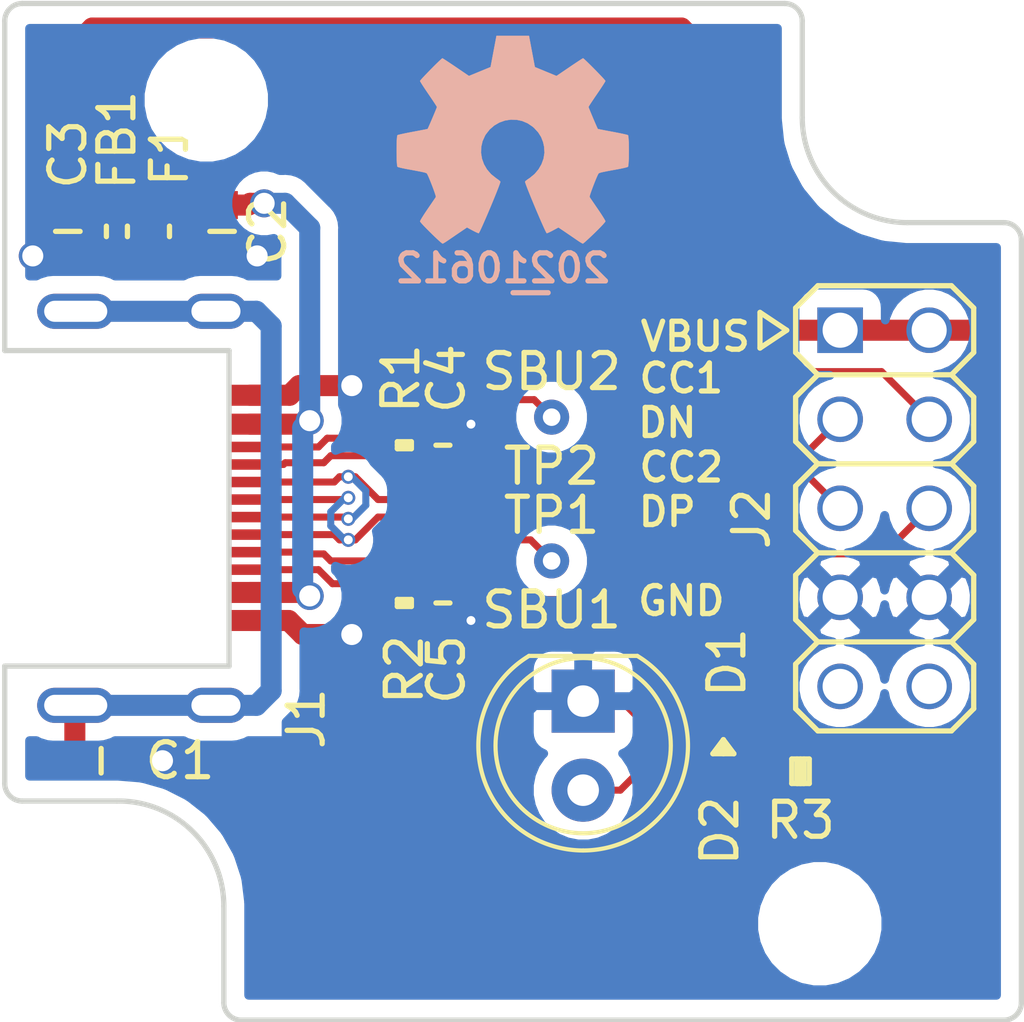
<source format=kicad_pcb>
(kicad_pcb (version 20171130) (host pcbnew 5.1.10-88a1d61d58~88~ubuntu20.10.1)

  (general
    (thickness 1.6)
    (drawings 26)
    (tracks 145)
    (zones 0)
    (modules 20)
    (nets 15)
  )

  (page A4)
  (layers
    (0 F.Cu signal)
    (31 B.Cu signal)
    (32 B.Adhes user)
    (33 F.Adhes user)
    (34 B.Paste user)
    (35 F.Paste user)
    (36 B.SilkS user)
    (37 F.SilkS user)
    (38 B.Mask user)
    (39 F.Mask user)
    (40 Dwgs.User user)
    (41 Cmts.User user)
    (42 Eco1.User user)
    (43 Eco2.User user)
    (44 Edge.Cuts user)
    (45 Margin user)
    (46 B.CrtYd user)
    (47 F.CrtYd user)
    (48 B.Fab user)
    (49 F.Fab user)
  )

  (setup
    (last_trace_width 0.1524)
    (user_trace_width 0.1524)
    (user_trace_width 0.2)
    (user_trace_width 0.3)
    (user_trace_width 0.4)
    (user_trace_width 0.6)
    (user_trace_width 1)
    (user_trace_width 1.5)
    (user_trace_width 2)
    (trace_clearance 0.1524)
    (zone_clearance 0.508)
    (zone_45_only no)
    (trace_min 0.1524)
    (via_size 0.381)
    (via_drill 0.254)
    (via_min_size 0.381)
    (via_min_drill 0.254)
    (user_via 0.4 0.254)
    (user_via 0.6 0.4)
    (user_via 0.8 0.6)
    (user_via 1 0.8)
    (user_via 1.3 1)
    (user_via 1.5 1.2)
    (user_via 1.7 1.4)
    (user_via 1.9 1.6)
    (uvia_size 0.381)
    (uvia_drill 0.254)
    (uvias_allowed no)
    (uvia_min_size 0.381)
    (uvia_min_drill 0.254)
    (edge_width 0.15)
    (segment_width 0.2)
    (pcb_text_width 0.3)
    (pcb_text_size 1.5 1.5)
    (mod_edge_width 0.15)
    (mod_text_size 0.8 0.8)
    (mod_text_width 0.15)
    (pad_size 1.524 1.524)
    (pad_drill 0.762)
    (pad_to_mask_clearance 0.1)
    (solder_mask_min_width 0.15)
    (aux_axis_origin 0 0)
    (visible_elements FFFFFF7F)
    (pcbplotparams
      (layerselection 0x010fc_ffffffff)
      (usegerberextensions true)
      (usegerberattributes false)
      (usegerberadvancedattributes false)
      (creategerberjobfile false)
      (excludeedgelayer true)
      (linewidth 0.100000)
      (plotframeref false)
      (viasonmask false)
      (mode 1)
      (useauxorigin false)
      (hpglpennumber 1)
      (hpglpenspeed 20)
      (hpglpendiameter 15.000000)
      (psnegative false)
      (psa4output false)
      (plotreference true)
      (plotvalue true)
      (plotinvisibletext false)
      (padsonsilk false)
      (subtractmaskfromsilk false)
      (outputformat 1)
      (mirror false)
      (drillshape 0)
      (scaleselection 1)
      (outputdirectory "OSH_Park_2_layer_plots"))
  )

  (net 0 "")
  (net 1 "Net-(C1-Pad1)")
  (net 2 /GND)
  (net 3 /VBUS)
  (net 4 /VCC)
  (net 5 /CC1)
  (net 6 /CC2)
  (net 7 "Net-(D1-Pad2)")
  (net 8 "Net-(F1-Pad1)")
  (net 9 /SBU2)
  (net 10 /SBU1)
  (net 11 /DP)
  (net 12 /DN)
  (net 13 "Net-(J2-Pad10)")
  (net 14 "Net-(J2-Pad9)")

  (net_class Default "This is the default net class."
    (clearance 0.1524)
    (trace_width 0.1524)
    (via_dia 0.381)
    (via_drill 0.254)
    (uvia_dia 0.381)
    (uvia_drill 0.254)
    (add_net /CC1)
    (add_net /CC2)
    (add_net /DN)
    (add_net /DP)
    (add_net /GND)
    (add_net /SBU1)
    (add_net /SBU2)
    (add_net /VBUS)
    (add_net /VCC)
    (add_net "Net-(C1-Pad1)")
    (add_net "Net-(D1-Pad2)")
    (add_net "Net-(F1-Pad1)")
    (add_net "Net-(J2-Pad10)")
    (add_net "Net-(J2-Pad9)")
  )

  (module SquantorTestPoints:TestPoint_hole_H05R10 (layer F.Cu) (tedit 5F2FE484) (tstamp 60C24484)
    (at 148.6 98.9)
    (descr "Test point with 0.5mm hole and 1.0mm annular ring")
    (tags "Test Point hole 0.5mm ")
    (path /60C2AF2A)
    (fp_text reference TP2 (at 0 1.4) (layer F.SilkS)
      (effects (font (size 1 1) (thickness 0.15)))
    )
    (fp_text value SBU2 (at 0 -1.3) (layer F.SilkS)
      (effects (font (size 1 1) (thickness 0.15)))
    )
    (fp_circle (center 0 0) (end 0.7 0) (layer B.CrtYd) (width 0.12))
    (fp_circle (center 0 0) (end 0.7 0) (layer F.CrtYd) (width 0.12))
    (pad 1 thru_hole circle (at 0 0) (size 1 1) (drill 0.5) (layers *.Cu *.Mask)
      (net 9 /SBU2))
  )

  (module SquantorTestPoints:TestPoint_hole_H05R10 (layer F.Cu) (tedit 5F2FE484) (tstamp 60C2447D)
    (at 148.6 103)
    (descr "Test point with 0.5mm hole and 1.0mm annular ring")
    (tags "Test Point hole 0.5mm ")
    (path /60C2A721)
    (fp_text reference TP1 (at 0 -1.3) (layer F.SilkS)
      (effects (font (size 1 1) (thickness 0.15)))
    )
    (fp_text value SBU1 (at 0 1.4) (layer F.SilkS)
      (effects (font (size 1 1) (thickness 0.15)))
    )
    (fp_circle (center 0 0) (end 0.7 0) (layer B.CrtYd) (width 0.12))
    (fp_circle (center 0 0) (end 0.7 0) (layer F.CrtYd) (width 0.12))
    (pad 1 thru_hole circle (at 0 0) (size 1 1) (drill 0.5) (layers *.Cu *.Mask)
      (net 10 /SBU1))
  )

  (module SquantorConnectors:Header-0254-2X05-H010 (layer F.Cu) (tedit 5C14F088) (tstamp 60C1F936)
    (at 158.1 101.5 270)
    (descr "PIN HEADER")
    (tags "PIN HEADER")
    (path /60C2BCEB)
    (attr virtual)
    (fp_text reference J2 (at 0.3 3.8 90) (layer F.SilkS)
      (effects (font (size 1 1) (thickness 0.15)))
    )
    (fp_text value Conn_02x05_Odd_Even (at 0 3.81 90) (layer F.Fab)
      (effects (font (size 1 1) (thickness 0.15)))
    )
    (fp_line (start -4.572 3.556) (end -5.08 2.794) (layer F.SilkS) (width 0.15))
    (fp_line (start -5.588 3.556) (end -4.572 3.556) (layer F.SilkS) (width 0.15))
    (fp_line (start -5.08 2.794) (end -5.588 3.556) (layer F.SilkS) (width 0.15))
    (fp_line (start -5.715 2.54) (end -4.445 2.54) (layer F.SilkS) (width 0.15))
    (fp_line (start -3.175 2.54) (end -1.905 2.54) (layer F.SilkS) (width 0.15))
    (fp_line (start -0.635 2.54) (end 0.635 2.54) (layer F.SilkS) (width 0.15))
    (fp_line (start 1.905 2.54) (end 3.175 2.54) (layer F.SilkS) (width 0.15))
    (fp_line (start 4.445 2.54) (end 5.715 2.54) (layer F.SilkS) (width 0.15))
    (fp_line (start 6.35 -1.905) (end 6.35 1.905) (layer F.SilkS) (width 0.15))
    (fp_line (start 3.81 -1.905) (end 3.81 1.905) (layer F.SilkS) (width 0.15))
    (fp_line (start 1.27 -1.905) (end 1.27 1.905) (layer F.SilkS) (width 0.15))
    (fp_line (start -1.27 -1.905) (end -1.27 1.905) (layer F.SilkS) (width 0.15))
    (fp_line (start -3.81 -1.905) (end -3.81 1.905) (layer F.SilkS) (width 0.15))
    (fp_line (start 5.715 -2.54) (end 6.35 -1.905) (layer F.SilkS) (width 0.15))
    (fp_line (start 4.445 -2.54) (end 5.715 -2.54) (layer F.SilkS) (width 0.15))
    (fp_line (start 3.81 -1.905) (end 4.445 -2.54) (layer F.SilkS) (width 0.15))
    (fp_line (start 3.175 -2.54) (end 3.81 -1.905) (layer F.SilkS) (width 0.15))
    (fp_line (start 1.905 -2.54) (end 3.175 -2.54) (layer F.SilkS) (width 0.15))
    (fp_line (start 1.27 -1.905) (end 1.905 -2.54) (layer F.SilkS) (width 0.15))
    (fp_line (start 0.635 -2.54) (end 1.27 -1.905) (layer F.SilkS) (width 0.15))
    (fp_line (start -0.635 -2.54) (end 0.635 -2.54) (layer F.SilkS) (width 0.15))
    (fp_line (start -1.27 -1.905) (end -0.635 -2.54) (layer F.SilkS) (width 0.15))
    (fp_line (start -1.905 -2.54) (end -1.27 -1.905) (layer F.SilkS) (width 0.15))
    (fp_line (start -3.175 -2.54) (end -1.905 -2.54) (layer F.SilkS) (width 0.15))
    (fp_line (start -3.81 -1.905) (end -3.175 -2.54) (layer F.SilkS) (width 0.15))
    (fp_line (start -4.445 -2.54) (end -3.81 -1.905) (layer F.SilkS) (width 0.15))
    (fp_line (start -5.715 -2.54) (end -4.445 -2.54) (layer F.SilkS) (width 0.15))
    (fp_line (start -6.35 -1.905) (end -5.715 -2.54) (layer F.SilkS) (width 0.15))
    (fp_line (start -6.35 1.905) (end -6.35 -1.905) (layer F.SilkS) (width 0.15))
    (fp_line (start 5.715 2.54) (end 6.35 1.905) (layer F.SilkS) (width 0.15))
    (fp_line (start 3.81 1.905) (end 4.445 2.54) (layer F.SilkS) (width 0.15))
    (fp_line (start 3.175 2.54) (end 3.81 1.905) (layer F.SilkS) (width 0.15))
    (fp_line (start 1.27 1.905) (end 1.905 2.54) (layer F.SilkS) (width 0.15))
    (fp_line (start 0.635 2.54) (end 1.27 1.905) (layer F.SilkS) (width 0.15))
    (fp_line (start -1.27 1.905) (end -0.635 2.54) (layer F.SilkS) (width 0.15))
    (fp_line (start -1.905 2.54) (end -1.27 1.905) (layer F.SilkS) (width 0.15))
    (fp_line (start -3.81 1.905) (end -3.175 2.54) (layer F.SilkS) (width 0.15))
    (fp_line (start -4.445 2.54) (end -3.81 1.905) (layer F.SilkS) (width 0.15))
    (fp_line (start -6.35 1.905) (end -5.715 2.54) (layer F.SilkS) (width 0.15))
    (pad 10 thru_hole circle (at 5.08 -1.27 270) (size 1.3 1.3) (drill 1) (layers *.Cu *.Mask)
      (net 13 "Net-(J2-Pad10)"))
    (pad 9 thru_hole circle (at 5.08 1.27 270) (size 1.3 1.3) (drill 1) (layers *.Cu *.Mask)
      (net 14 "Net-(J2-Pad9)"))
    (pad 8 thru_hole circle (at 2.54 -1.27 270) (size 1.3 1.3) (drill 1) (layers *.Cu *.Mask)
      (net 2 /GND))
    (pad 7 thru_hole circle (at 2.54 1.27 270) (size 1.3 1.3) (drill 1) (layers *.Cu *.Mask)
      (net 2 /GND))
    (pad 6 thru_hole circle (at 0 -1.27 270) (size 1.3 1.3) (drill 1) (layers *.Cu *.Mask)
      (net 6 /CC2))
    (pad 5 thru_hole circle (at 0 1.27 270) (size 1.3 1.3) (drill 1) (layers *.Cu *.Mask)
      (net 11 /DP))
    (pad 4 thru_hole circle (at -2.54 -1.27 270) (size 1.3 1.3) (drill 1) (layers *.Cu *.Mask)
      (net 5 /CC1))
    (pad 3 thru_hole circle (at -2.54 1.27 270) (size 1.3 1.3) (drill 1) (layers *.Cu *.Mask)
      (net 12 /DN))
    (pad 2 thru_hole circle (at -5.08 -1.27 270) (size 1.3 1.3) (drill 1) (layers *.Cu *.Mask)
      (net 4 /VCC))
    (pad 1 thru_hole rect (at -5.08 1.27 270) (size 1.3 1.3) (drill 1) (layers *.Cu *.Mask)
      (net 4 /VCC))
  )

  (module SquantorRcl:C_0603 (layer F.Cu) (tedit 5D4422AA) (tstamp 60C00D36)
    (at 135.75 108.7)
    (descr "Capacitor SMD 0603, reflow soldering, AVX (see smccp.pdf)")
    (tags "capacitor 0603")
    (path /60BE31C3)
    (attr smd)
    (fp_text reference C1 (at 2.25 0) (layer F.SilkS)
      (effects (font (size 1 1) (thickness 0.15)))
    )
    (fp_text value 10n (at 2.65 0) (layer F.Fab)
      (effects (font (size 1 1) (thickness 0.15)))
    )
    (fp_line (start -0.8 0.4) (end -0.8 -0.4) (layer F.Fab) (width 0.1))
    (fp_line (start 0.8 0.4) (end -0.8 0.4) (layer F.Fab) (width 0.1))
    (fp_line (start 0.8 -0.4) (end 0.8 0.4) (layer F.Fab) (width 0.1))
    (fp_line (start -0.8 -0.4) (end 0.8 -0.4) (layer F.Fab) (width 0.1))
    (fp_line (start -1.4 -0.7) (end 1.4 -0.7) (layer F.CrtYd) (width 0.05))
    (fp_line (start -1.4 0.7) (end 1.4 0.7) (layer F.CrtYd) (width 0.05))
    (fp_line (start -1.4 -0.7) (end -1.4 0.7) (layer F.CrtYd) (width 0.05))
    (fp_line (start 1.4 -0.7) (end 1.4 0.7) (layer F.CrtYd) (width 0.05))
    (fp_line (start 0 -0.35) (end 0 0.35) (layer F.SilkS) (width 0.15))
    (pad 2 smd rect (at 0.75 0) (size 0.8 0.9) (layers F.Cu F.Paste F.Mask)
      (net 2 /GND))
    (pad 1 smd rect (at -0.75 0) (size 0.8 0.9) (layers F.Cu F.Paste F.Mask)
      (net 1 "Net-(C1-Pad1)"))
    (model ${KISYS3DMOD}/Capacitor_SMD.3dshapes/C_0603_1608Metric.step
      (at (xyz 0 0 0))
      (scale (xyz 1 1 1))
      (rotate (xyz 0 0 0))
    )
  )

  (module SquantorUsb:USB-C-HRO-31-M-13 (layer F.Cu) (tedit 60BE8107) (tstamp 60C1334A)
    (at 140 101.5 270)
    (descr "USB-C HRO-31-M-13 connector")
    (tags USB-C)
    (path /60C183D1)
    (attr smd)
    (fp_text reference J1 (at 6 -1.6 90) (layer F.SilkS)
      (effects (font (size 1 1) (thickness 0.15)))
    )
    (fp_text value USB-C_PD_USB (at 5.9 -1.5 90) (layer F.Fab)
      (effects (font (size 1 1) (thickness 0.15)))
    )
    (fp_line (start 6.5 7.075) (end 4.47 7.075) (layer F.Fab) (width 0.12))
    (fp_line (start -4.47 7.075) (end -6.5 7.075) (layer F.Fab) (width 0.12))
    (fp_line (start -4.47 0.6) (end 4.47 0.6) (layer F.Fab) (width 0.12))
    (fp_line (start -4.47 0.6) (end -4.47 7.075) (layer F.Fab) (width 0.12))
    (fp_line (start 4.47 0.6) (end 4.47 7.075) (layer F.Fab) (width 0.12))
    (fp_line (start -6.5 7.1) (end 6.5 7.1) (layer F.CrtYd) (width 0.05))
    (fp_line (start 6.5 7.1) (end 6.5 -0.9) (layer F.CrtYd) (width 0.05))
    (fp_line (start 6.5 -0.9) (end -6.5 -0.9) (layer F.CrtYd) (width 0.05))
    (fp_line (start -6.5 -0.9) (end -6.5 7.1) (layer F.CrtYd) (width 0.05))
    (fp_text user "Cut out" (at 0 5 90) (layer F.Fab)
      (effects (font (size 1 1) (thickness 0.15)))
    )
    (pad B1A12 smd rect (at 3.2 0 270) (size 0.6 1.15) (layers F.Cu F.Paste F.Mask)
      (net 2 /GND))
    (pad B4A9 smd rect (at 2.4 0 270) (size 0.6 1.15) (layers F.Cu F.Paste F.Mask)
      (net 3 /VBUS))
    (pad A1B12 smd rect (at -3.225 0 270) (size 0.6 1.15) (layers F.Cu F.Paste F.Mask)
      (net 2 /GND))
    (pad A4B9 smd rect (at -2.4 0 270) (size 0.6 1.15) (layers F.Cu F.Paste F.Mask)
      (net 3 /VBUS))
    (pad B5 smd rect (at 1.75 0 270) (size 0.3 1.15) (layers F.Cu F.Paste F.Mask)
      (net 6 /CC2))
    (pad B8 smd rect (at -1.75 0 270) (size 0.3 1.15) (layers F.Cu F.Paste F.Mask)
      (net 9 /SBU2))
    (pad A8 smd rect (at 1.25 0 270) (size 0.3 1.15) (layers F.Cu F.Paste F.Mask)
      (net 10 /SBU1))
    (pad A5 smd rect (at -1.25 0 270) (size 0.3 1.15) (layers F.Cu F.Paste F.Mask)
      (net 5 /CC1))
    (pad B6 smd rect (at 0.75 0 270) (size 0.3 1.15) (layers F.Cu F.Paste F.Mask)
      (net 11 /DP))
    (pad B7 smd rect (at -0.75 0 270) (size 0.3 1.15) (layers F.Cu F.Paste F.Mask)
      (net 12 /DN))
    (pad A7 smd rect (at 0.25 0 270) (size 0.3 1.15) (layers F.Cu F.Paste F.Mask)
      (net 12 /DN))
    (pad A6 smd rect (at -0.25 0 270) (size 0.3 1.15) (layers F.Cu F.Paste F.Mask)
      (net 11 /DP))
    (pad S thru_hole oval (at 5.62 4.975 270) (size 1 2.2) (drill oval 0.6 1.8) (layers *.Cu *.Mask)
      (net 1 "Net-(C1-Pad1)"))
    (pad S thru_hole oval (at 5.62 0.975 270) (size 1 1.8) (drill oval 0.6 1.4) (layers *.Cu *.Mask)
      (net 1 "Net-(C1-Pad1)"))
    (pad S thru_hole oval (at -5.62 4.975 270) (size 1 2.2) (drill oval 0.6 1.8) (layers *.Cu *.Mask)
      (net 1 "Net-(C1-Pad1)"))
    (pad S thru_hole oval (at -5.62 0.975 270) (size 1 1.8) (drill oval 0.6 1.4) (layers *.Cu *.Mask)
      (net 1 "Net-(C1-Pad1)"))
  )

  (module SquantorRcl:R_0603_hand (layer F.Cu) (tedit 5D440259) (tstamp 60C00E44)
    (at 155.7 109 180)
    (descr "Resistor SMD 0603, reflow soldering, Vishay (see dcrcw.pdf)")
    (tags "resistor 0603")
    (path /60BFDB94)
    (attr smd)
    (fp_text reference R3 (at 0 -1.4) (layer F.SilkS)
      (effects (font (size 1 1) (thickness 0.15)))
    )
    (fp_text value 1K (at 0 -1.4) (layer F.Fab)
      (effects (font (size 1 1) (thickness 0.15)))
    )
    (fp_line (start 0 0.35) (end 0 -0.35) (layer F.SilkS) (width 0.15))
    (fp_line (start 0.1 -0.35) (end 0.1 0.35) (layer F.SilkS) (width 0.15))
    (fp_line (start -0.1 -0.35) (end 0.1 -0.35) (layer F.SilkS) (width 0.15))
    (fp_line (start -0.1 0.35) (end -0.1 -0.35) (layer F.SilkS) (width 0.15))
    (fp_line (start 0.25 0.35) (end -0.25 0.35) (layer F.SilkS) (width 0.15))
    (fp_line (start -0.25 -0.35) (end 0.25 -0.35) (layer F.SilkS) (width 0.15))
    (fp_line (start -0.25 0.35) (end -0.25 -0.35) (layer F.SilkS) (width 0.15))
    (fp_line (start 0.25 -0.35) (end 0.25 0.35) (layer F.SilkS) (width 0.15))
    (fp_line (start 1.45 -0.75) (end 1.45 0.75) (layer F.CrtYd) (width 0.05))
    (fp_line (start -1.45 -0.75) (end -1.45 0.75) (layer F.CrtYd) (width 0.05))
    (fp_line (start -1.45 0.75) (end 1.45 0.75) (layer F.CrtYd) (width 0.05))
    (fp_line (start -1.45 -0.75) (end 1.45 -0.75) (layer F.CrtYd) (width 0.05))
    (fp_line (start -0.8 -0.4) (end 0.8 -0.4) (layer F.Fab) (width 0.1))
    (fp_line (start 0.8 -0.4) (end 0.8 0.4) (layer F.Fab) (width 0.1))
    (fp_line (start 0.8 0.4) (end -0.8 0.4) (layer F.Fab) (width 0.1))
    (fp_line (start -0.8 0.4) (end -0.8 -0.4) (layer F.Fab) (width 0.1))
    (pad 2 smd rect (at 0.85 0 180) (size 0.7 0.9) (layers F.Cu F.Paste F.Mask)
      (net 7 "Net-(D1-Pad2)"))
    (pad 1 smd rect (at -0.85 0 180) (size 0.7 0.9) (layers F.Cu F.Paste F.Mask)
      (net 4 /VCC))
    (model ${KISYS3DMOD}/Resistor_SMD.3dshapes/R_0603_1608Metric.step
      (at (xyz 0 0 0))
      (scale (xyz 1 1 1))
      (rotate (xyz 0 0 0))
    )
  )

  (module LED_THT:LED_D5.0mm (layer F.Cu) (tedit 5995936A) (tstamp 60C0392D)
    (at 149.5 107 270)
    (descr "LED, diameter 5.0mm, 2 pins, http://cdn-reichelt.de/documents/datenblatt/A500/LL-504BC2E-009.pdf")
    (tags "LED diameter 5.0mm 2 pins")
    (path /60C2E638)
    (fp_text reference D2 (at 3.7 -3.9 90) (layer F.SilkS)
      (effects (font (size 1 1) (thickness 0.15)))
    )
    (fp_text value LED (at 1.27 3.96 90) (layer F.Fab)
      (effects (font (size 1 1) (thickness 0.15)))
    )
    (fp_circle (center 1.27 0) (end 3.77 0) (layer F.Fab) (width 0.1))
    (fp_circle (center 1.27 0) (end 3.77 0) (layer F.SilkS) (width 0.12))
    (fp_line (start -1.23 -1.469694) (end -1.23 1.469694) (layer F.Fab) (width 0.1))
    (fp_line (start -1.29 -1.545) (end -1.29 1.545) (layer F.SilkS) (width 0.12))
    (fp_line (start -1.95 -3.25) (end -1.95 3.25) (layer F.CrtYd) (width 0.05))
    (fp_line (start -1.95 3.25) (end 4.5 3.25) (layer F.CrtYd) (width 0.05))
    (fp_line (start 4.5 3.25) (end 4.5 -3.25) (layer F.CrtYd) (width 0.05))
    (fp_line (start 4.5 -3.25) (end -1.95 -3.25) (layer F.CrtYd) (width 0.05))
    (fp_text user %R (at 1.25 0 90) (layer F.Fab)
      (effects (font (size 0.8 0.8) (thickness 0.2)))
    )
    (fp_arc (start 1.27 0) (end -1.29 1.54483) (angle -148.9) (layer F.SilkS) (width 0.12))
    (fp_arc (start 1.27 0) (end -1.29 -1.54483) (angle 148.9) (layer F.SilkS) (width 0.12))
    (fp_arc (start 1.27 0) (end -1.23 -1.469694) (angle 299.1) (layer F.Fab) (width 0.1))
    (pad 2 thru_hole circle (at 2.54 0 270) (size 1.8 1.8) (drill 0.9) (layers *.Cu *.Mask)
      (net 7 "Net-(D1-Pad2)"))
    (pad 1 thru_hole rect (at 0 0 270) (size 1.8 1.8) (drill 0.9) (layers *.Cu *.Mask)
      (net 2 /GND))
    (model ${KISYS3DMOD}/LED_THT.3dshapes/LED_D5.0mm.wrl
      (at (xyz 0 0 0))
      (scale (xyz 1 1 1))
      (rotate (xyz 0 0 0))
    )
  )

  (module SquantorLabels:Label_Generic (layer B.Cu) (tedit 5D8A7D4C) (tstamp 5B96DD88)
    (at 148 94.75 180)
    (descr "Label for general purpose use")
    (tags Label)
    (path /5A1357A5)
    (attr smd)
    (fp_text reference N2 (at 0 -1.85) (layer B.Fab) hide
      (effects (font (size 1 1) (thickness 0.15)) (justify mirror))
    )
    (fp_text value 20210612 (at 0.8 0.1) (layer B.SilkS)
      (effects (font (size 0.8 0.8) (thickness 0.15)) (justify mirror))
    )
    (fp_line (start -0.5 -0.6) (end 0.5 -0.6) (layer B.SilkS) (width 0.15))
  )

  (module SquantorRcl:R_0402_hand (layer F.Cu) (tedit 5D440136) (tstamp 60C00E31)
    (at 144.4 104.2 90)
    (descr "Resistor SMD 0402, reflow soldering, Vishay (see dcrcw.pdf)")
    (tags "resistor 0402")
    (path /60BFD12A)
    (attr smd)
    (fp_text reference R2 (at -1.9 0 90) (layer F.SilkS)
      (effects (font (size 1 1) (thickness 0.15)))
    )
    (fp_text value 5.1K (at -1.9 0 90) (layer F.Fab)
      (effects (font (size 1 1) (thickness 0.15)))
    )
    (fp_line (start -0.5 0.25) (end -0.5 -0.25) (layer F.Fab) (width 0.1))
    (fp_line (start 0.5 0.25) (end -0.5 0.25) (layer F.Fab) (width 0.1))
    (fp_line (start 0.5 -0.25) (end 0.5 0.25) (layer F.Fab) (width 0.1))
    (fp_line (start -0.5 -0.25) (end 0.5 -0.25) (layer F.Fab) (width 0.1))
    (fp_line (start -1.1 -0.55) (end 1.1 -0.55) (layer F.CrtYd) (width 0.05))
    (fp_line (start -1.1 0.55) (end 1.1 0.55) (layer F.CrtYd) (width 0.05))
    (fp_line (start -1.1 -0.55) (end -1.1 0.55) (layer F.CrtYd) (width 0.05))
    (fp_line (start 1.1 -0.55) (end 1.1 0.55) (layer F.CrtYd) (width 0.05))
    (fp_line (start -0.1 -0.2) (end 0.1 -0.2) (layer F.SilkS) (width 0.15))
    (fp_line (start 0.1 -0.2) (end 0.1 0.2) (layer F.SilkS) (width 0.15))
    (fp_line (start 0.1 0.2) (end -0.1 0.2) (layer F.SilkS) (width 0.15))
    (fp_line (start -0.1 0.2) (end -0.1 -0.2) (layer F.SilkS) (width 0.15))
    (fp_line (start 0 -0.2) (end 0 0.2) (layer F.SilkS) (width 0.15))
    (pad 2 smd rect (at 0.55 0 90) (size 0.6 0.6) (layers F.Cu F.Paste F.Mask)
      (net 6 /CC2))
    (pad 1 smd rect (at -0.55 0 90) (size 0.6 0.6) (layers F.Cu F.Paste F.Mask)
      (net 2 /GND))
    (model ${KISYS3DMOD}/Resistor_SMD.3dshapes/R_0402_1005Metric.step
      (at (xyz 0 0 0))
      (scale (xyz 1 1 1))
      (rotate (xyz 0 0 0))
    )
  )

  (module SquantorRcl:R_0402_hand (layer F.Cu) (tedit 5D440136) (tstamp 60C00E1E)
    (at 144.4 99.7 270)
    (descr "Resistor SMD 0402, reflow soldering, Vishay (see dcrcw.pdf)")
    (tags "resistor 0402")
    (path /60BE9556)
    (attr smd)
    (fp_text reference R1 (at -1.9 0.1 90) (layer F.SilkS)
      (effects (font (size 1 1) (thickness 0.15)))
    )
    (fp_text value 5.1K (at -1.9 0.1 90) (layer F.Fab)
      (effects (font (size 1 1) (thickness 0.15)))
    )
    (fp_line (start -0.5 0.25) (end -0.5 -0.25) (layer F.Fab) (width 0.1))
    (fp_line (start 0.5 0.25) (end -0.5 0.25) (layer F.Fab) (width 0.1))
    (fp_line (start 0.5 -0.25) (end 0.5 0.25) (layer F.Fab) (width 0.1))
    (fp_line (start -0.5 -0.25) (end 0.5 -0.25) (layer F.Fab) (width 0.1))
    (fp_line (start -1.1 -0.55) (end 1.1 -0.55) (layer F.CrtYd) (width 0.05))
    (fp_line (start -1.1 0.55) (end 1.1 0.55) (layer F.CrtYd) (width 0.05))
    (fp_line (start -1.1 -0.55) (end -1.1 0.55) (layer F.CrtYd) (width 0.05))
    (fp_line (start 1.1 -0.55) (end 1.1 0.55) (layer F.CrtYd) (width 0.05))
    (fp_line (start -0.1 -0.2) (end 0.1 -0.2) (layer F.SilkS) (width 0.15))
    (fp_line (start 0.1 -0.2) (end 0.1 0.2) (layer F.SilkS) (width 0.15))
    (fp_line (start 0.1 0.2) (end -0.1 0.2) (layer F.SilkS) (width 0.15))
    (fp_line (start -0.1 0.2) (end -0.1 -0.2) (layer F.SilkS) (width 0.15))
    (fp_line (start 0 -0.2) (end 0 0.2) (layer F.SilkS) (width 0.15))
    (pad 2 smd rect (at 0.55 0 270) (size 0.6 0.6) (layers F.Cu F.Paste F.Mask)
      (net 5 /CC1))
    (pad 1 smd rect (at -0.55 0 270) (size 0.6 0.6) (layers F.Cu F.Paste F.Mask)
      (net 2 /GND))
    (model ${KISYS3DMOD}/Resistor_SMD.3dshapes/R_0402_1005Metric.step
      (at (xyz 0 0 0))
      (scale (xyz 1 1 1))
      (rotate (xyz 0 0 0))
    )
  )

  (module SquantorRcl:L_0603 (layer F.Cu) (tedit 5D56B376) (tstamp 60C00DA4)
    (at 136.2 93.6 270)
    (descr "Inductor SMD 0603")
    (tags "Inductor 0402")
    (path /60BEC507)
    (attr smd)
    (fp_text reference FB1 (at -2.6 0 90) (layer F.SilkS)
      (effects (font (size 1 1) (thickness 0.15)))
    )
    (fp_text value 600 (at -2.7 0 90) (layer F.Fab)
      (effects (font (size 1 1) (thickness 0.15)))
    )
    (fp_line (start -0.8 0.4) (end -0.8 -0.4) (layer F.Fab) (width 0.1))
    (fp_line (start 0.8 0.4) (end -0.8 0.4) (layer F.Fab) (width 0.1))
    (fp_line (start 0.8 -0.4) (end 0.8 0.4) (layer F.Fab) (width 0.1))
    (fp_line (start -0.8 -0.4) (end 0.8 -0.4) (layer F.Fab) (width 0.1))
    (fp_line (start -1.4 -0.7) (end 1.4 -0.7) (layer F.CrtYd) (width 0.05))
    (fp_line (start -1.4 0.7) (end 1.4 0.7) (layer F.CrtYd) (width 0.05))
    (fp_line (start -1.4 -0.7) (end -1.4 0.7) (layer F.CrtYd) (width 0.05))
    (fp_line (start 1.4 -0.7) (end 1.4 0.7) (layer F.CrtYd) (width 0.05))
    (fp_line (start -0.15 -0.3) (end 0.15 -0.3) (layer F.SilkS) (width 0.15))
    (fp_line (start -0.15 0.3) (end 0.15 0.3) (layer F.SilkS) (width 0.15))
    (pad 2 smd rect (at 0.75 0 270) (size 0.8 0.9) (layers F.Cu F.Paste F.Mask)
      (net 8 "Net-(F1-Pad1)"))
    (pad 1 smd rect (at -0.75 0 270) (size 0.8 0.9) (layers F.Cu F.Paste F.Mask)
      (net 4 /VCC))
    (model ${KISYS3DMOD}/Inductor_SMD.3dshapes/L_0603_1608Metric.step
      (at (xyz 0 0 0))
      (scale (xyz 1 1 1))
      (rotate (xyz 0 0 0))
    )
  )

  (module SquantorRcl:F_0603_hand (layer F.Cu) (tedit 5D55497D) (tstamp 60C00D94)
    (at 137.7 93.6 90)
    (descr "Fuse SMD 0603, reflow soldering")
    (tags "fuse 0603")
    (path /60BE9415)
    (attr smd)
    (fp_text reference F1 (at 2.2 0 90) (layer F.SilkS)
      (effects (font (size 1 1) (thickness 0.15)))
    )
    (fp_text value 500mA (at 3.8 0 90) (layer F.Fab)
      (effects (font (size 1 1) (thickness 0.15)))
    )
    (fp_line (start -0.8 0.4) (end -0.8 -0.4) (layer F.Fab) (width 0.1))
    (fp_line (start 0.8 0.4) (end -0.8 0.4) (layer F.Fab) (width 0.1))
    (fp_line (start 0.8 -0.4) (end 0.8 0.4) (layer F.Fab) (width 0.1))
    (fp_line (start -0.8 -0.4) (end 0.8 -0.4) (layer F.Fab) (width 0.1))
    (fp_line (start -1.4 -0.75) (end 1.4 -0.75) (layer F.CrtYd) (width 0.05))
    (fp_line (start -1.4 0.75) (end 1.4 0.75) (layer F.CrtYd) (width 0.05))
    (fp_line (start -1.4 -0.75) (end -1.4 0.75) (layer F.CrtYd) (width 0.05))
    (fp_line (start 1.4 -0.75) (end 1.4 0.75) (layer F.CrtYd) (width 0.05))
    (fp_line (start -0.15 0) (end 0.15 0) (layer F.SilkS) (width 0.15))
    (pad 2 smd rect (at 0.75 0 90) (size 0.8 0.9) (layers F.Cu F.Paste F.Mask)
      (net 3 /VBUS))
    (pad 1 smd rect (at -0.75 0 90) (size 0.8 0.9) (layers F.Cu F.Paste F.Mask)
      (net 8 "Net-(F1-Pad1)"))
    (model ${KISYS3DMOD}/Resistor_SMD.3dshapes/R_0603_1608Metric.step
      (at (xyz 0 0 0))
      (scale (xyz 1 1 1))
      (rotate (xyz 0 0 0))
    )
    (model ${KISYS3DMOD}/Inductor_SMD.3dshapes/L_0603_1608Metric.step
      (at (xyz 0 0 0))
      (scale (xyz 1 1 1))
      (rotate (xyz 0 0 0))
    )
  )

  (module SquantorDiodes:LED_0603_hand (layer F.Cu) (tedit 5D43FE44) (tstamp 60C00D85)
    (at 153.5 108.3 270)
    (descr "LED SMD 0603, reflow soldering, general purpose")
    (tags "LED 0603")
    (path /60BFB682)
    (attr smd)
    (fp_text reference D1 (at -2.4 -0.1 90) (layer F.SilkS)
      (effects (font (size 1 1) (thickness 0.15)))
    )
    (fp_text value LED (at -2.8 -0.1 90) (layer F.Fab)
      (effects (font (size 1 1) (thickness 0.15)))
    )
    (fp_line (start -0.8 0.4) (end -0.8 -0.4) (layer F.Fab) (width 0.1))
    (fp_line (start 0.8 0.4) (end -0.8 0.4) (layer F.Fab) (width 0.1))
    (fp_line (start 0.8 -0.4) (end 0.8 0.4) (layer F.Fab) (width 0.1))
    (fp_line (start -0.8 -0.4) (end 0.8 -0.4) (layer F.Fab) (width 0.1))
    (fp_line (start -1.5 -0.7) (end 1.5 -0.7) (layer F.CrtYd) (width 0.05))
    (fp_line (start -1.5 0.7) (end 1.5 0.7) (layer F.CrtYd) (width 0.05))
    (fp_line (start -1.5 -0.7) (end -1.5 0.7) (layer F.CrtYd) (width 0.05))
    (fp_line (start 1.5 -0.7) (end 1.5 0.7) (layer F.CrtYd) (width 0.05))
    (fp_line (start 0.2 -0.3) (end -0.2 0) (layer F.SilkS) (width 0.15))
    (fp_line (start -0.2 0) (end 0.2 0.3) (layer F.SilkS) (width 0.15))
    (fp_line (start 0.2 0.3) (end 0.2 -0.3) (layer F.SilkS) (width 0.15))
    (fp_line (start -0.2 0) (end 0.2 0) (layer F.SilkS) (width 0.15))
    (fp_line (start 0.1 -0.2) (end 0.1 0.2) (layer F.SilkS) (width 0.15))
    (pad 2 smd rect (at 0.85 0 270) (size 0.7 0.9) (layers F.Cu F.Paste F.Mask)
      (net 7 "Net-(D1-Pad2)"))
    (pad 1 smd rect (at -0.85 0 270) (size 0.7 0.9) (layers F.Cu F.Paste F.Mask)
      (net 2 /GND))
    (model ${KISYS3DMOD}/LED_SMD.3dshapes/LED_0603_1608Metric.step
      (at (xyz 0 0 0))
      (scale (xyz 1 1 1))
      (rotate (xyz 0 0 0))
    )
  )

  (module SquantorRcl:C_0402 (layer F.Cu) (tedit 5D442507) (tstamp 60C00D72)
    (at 145.5 104.2 90)
    (descr "Capacitor SMD 0402, reflow soldering, AVX (see smccp.pdf)")
    (tags "capacitor 0402")
    (path /60BF6E43)
    (attr smd)
    (fp_text reference C5 (at -1.9 0.1 90) (layer F.SilkS)
      (effects (font (size 1 1) (thickness 0.15)))
    )
    (fp_text value 470p (at -2 0.1 90) (layer F.Fab)
      (effects (font (size 1 1) (thickness 0.15)))
    )
    (fp_line (start -0.5 0.25) (end -0.5 -0.25) (layer F.Fab) (width 0.1))
    (fp_line (start 0.5 0.25) (end -0.5 0.25) (layer F.Fab) (width 0.1))
    (fp_line (start 0.5 -0.25) (end 0.5 0.25) (layer F.Fab) (width 0.1))
    (fp_line (start -0.5 -0.25) (end 0.5 -0.25) (layer F.Fab) (width 0.1))
    (fp_line (start -1.1 -0.55) (end 1.1 -0.55) (layer F.CrtYd) (width 0.05))
    (fp_line (start -1.1 0.55) (end 1.1 0.55) (layer F.CrtYd) (width 0.05))
    (fp_line (start -1.1 -0.55) (end -1.1 0.55) (layer F.CrtYd) (width 0.05))
    (fp_line (start 1.1 -0.55) (end 1.1 0.55) (layer F.CrtYd) (width 0.05))
    (fp_line (start 0 -0.2) (end 0 0.2) (layer F.SilkS) (width 0.15))
    (pad 2 smd rect (at 0.55 0 90) (size 0.6 0.6) (layers F.Cu F.Paste F.Mask)
      (net 6 /CC2))
    (pad 1 smd rect (at -0.55 0 90) (size 0.6 0.6) (layers F.Cu F.Paste F.Mask)
      (net 2 /GND))
    (model ${KISYS3DMOD}/Capacitor_SMD.3dshapes/C_0402_1005Metric.step
      (at (xyz 0 0 0))
      (scale (xyz 1 1 1))
      (rotate (xyz 0 0 0))
    )
  )

  (module SquantorRcl:C_0402 (layer F.Cu) (tedit 5D442507) (tstamp 60C00D63)
    (at 145.5 99.7 270)
    (descr "Capacitor SMD 0402, reflow soldering, AVX (see smccp.pdf)")
    (tags "capacitor 0402")
    (path /60BF23C4)
    (attr smd)
    (fp_text reference C4 (at -1.9 -0.1 90) (layer F.SilkS)
      (effects (font (size 1 1) (thickness 0.15)))
    )
    (fp_text value 470p (at -2.9 -0.1 90) (layer F.Fab)
      (effects (font (size 1 1) (thickness 0.15)))
    )
    (fp_line (start -0.5 0.25) (end -0.5 -0.25) (layer F.Fab) (width 0.1))
    (fp_line (start 0.5 0.25) (end -0.5 0.25) (layer F.Fab) (width 0.1))
    (fp_line (start 0.5 -0.25) (end 0.5 0.25) (layer F.Fab) (width 0.1))
    (fp_line (start -0.5 -0.25) (end 0.5 -0.25) (layer F.Fab) (width 0.1))
    (fp_line (start -1.1 -0.55) (end 1.1 -0.55) (layer F.CrtYd) (width 0.05))
    (fp_line (start -1.1 0.55) (end 1.1 0.55) (layer F.CrtYd) (width 0.05))
    (fp_line (start -1.1 -0.55) (end -1.1 0.55) (layer F.CrtYd) (width 0.05))
    (fp_line (start 1.1 -0.55) (end 1.1 0.55) (layer F.CrtYd) (width 0.05))
    (fp_line (start 0 -0.2) (end 0 0.2) (layer F.SilkS) (width 0.15))
    (pad 2 smd rect (at 0.55 0 270) (size 0.6 0.6) (layers F.Cu F.Paste F.Mask)
      (net 5 /CC1))
    (pad 1 smd rect (at -0.55 0 270) (size 0.6 0.6) (layers F.Cu F.Paste F.Mask)
      (net 2 /GND))
    (model ${KISYS3DMOD}/Capacitor_SMD.3dshapes/C_0402_1005Metric.step
      (at (xyz 0 0 0))
      (scale (xyz 1 1 1))
      (rotate (xyz 0 0 0))
    )
  )

  (module SquantorRcl:C_0603 (layer F.Cu) (tedit 5D4422AA) (tstamp 60C00D54)
    (at 134.8 93.6 270)
    (descr "Capacitor SMD 0603, reflow soldering, AVX (see smccp.pdf)")
    (tags "capacitor 0603")
    (path /60BEB6D5)
    (attr smd)
    (fp_text reference C3 (at -2.2 0 90) (layer F.SilkS)
      (effects (font (size 1 1) (thickness 0.15)))
    )
    (fp_text value 10u (at -2.7 0 90) (layer F.Fab)
      (effects (font (size 1 1) (thickness 0.15)))
    )
    (fp_line (start -0.8 0.4) (end -0.8 -0.4) (layer F.Fab) (width 0.1))
    (fp_line (start 0.8 0.4) (end -0.8 0.4) (layer F.Fab) (width 0.1))
    (fp_line (start 0.8 -0.4) (end 0.8 0.4) (layer F.Fab) (width 0.1))
    (fp_line (start -0.8 -0.4) (end 0.8 -0.4) (layer F.Fab) (width 0.1))
    (fp_line (start -1.4 -0.7) (end 1.4 -0.7) (layer F.CrtYd) (width 0.05))
    (fp_line (start -1.4 0.7) (end 1.4 0.7) (layer F.CrtYd) (width 0.05))
    (fp_line (start -1.4 -0.7) (end -1.4 0.7) (layer F.CrtYd) (width 0.05))
    (fp_line (start 1.4 -0.7) (end 1.4 0.7) (layer F.CrtYd) (width 0.05))
    (fp_line (start 0 -0.35) (end 0 0.35) (layer F.SilkS) (width 0.15))
    (pad 2 smd rect (at 0.75 0 270) (size 0.8 0.9) (layers F.Cu F.Paste F.Mask)
      (net 2 /GND))
    (pad 1 smd rect (at -0.75 0 270) (size 0.8 0.9) (layers F.Cu F.Paste F.Mask)
      (net 4 /VCC))
    (model ${KISYS3DMOD}/Capacitor_SMD.3dshapes/C_0603_1608Metric.step
      (at (xyz 0 0 0))
      (scale (xyz 1 1 1))
      (rotate (xyz 0 0 0))
    )
  )

  (module SquantorRcl:C_0603 (layer F.Cu) (tedit 5D4422AA) (tstamp 60C00D45)
    (at 139.2 93.6 270)
    (descr "Capacitor SMD 0603, reflow soldering, AVX (see smccp.pdf)")
    (tags "capacitor 0603")
    (path /60BEA382)
    (attr smd)
    (fp_text reference C2 (at 0 -1.3 90) (layer F.SilkS)
      (effects (font (size 1 1) (thickness 0.15)))
    )
    (fp_text value 100n (at 0 -1.3 90) (layer F.Fab)
      (effects (font (size 1 1) (thickness 0.15)))
    )
    (fp_line (start -0.8 0.4) (end -0.8 -0.4) (layer F.Fab) (width 0.1))
    (fp_line (start 0.8 0.4) (end -0.8 0.4) (layer F.Fab) (width 0.1))
    (fp_line (start 0.8 -0.4) (end 0.8 0.4) (layer F.Fab) (width 0.1))
    (fp_line (start -0.8 -0.4) (end 0.8 -0.4) (layer F.Fab) (width 0.1))
    (fp_line (start -1.4 -0.7) (end 1.4 -0.7) (layer F.CrtYd) (width 0.05))
    (fp_line (start -1.4 0.7) (end 1.4 0.7) (layer F.CrtYd) (width 0.05))
    (fp_line (start -1.4 -0.7) (end -1.4 0.7) (layer F.CrtYd) (width 0.05))
    (fp_line (start 1.4 -0.7) (end 1.4 0.7) (layer F.CrtYd) (width 0.05))
    (fp_line (start 0 -0.35) (end 0 0.35) (layer F.SilkS) (width 0.15))
    (pad 2 smd rect (at 0.75 0 270) (size 0.8 0.9) (layers F.Cu F.Paste F.Mask)
      (net 2 /GND))
    (pad 1 smd rect (at -0.75 0 270) (size 0.8 0.9) (layers F.Cu F.Paste F.Mask)
      (net 3 /VBUS))
    (model ${KISYS3DMOD}/Capacitor_SMD.3dshapes/C_0603_1608Metric.step
      (at (xyz 0 0 0))
      (scale (xyz 1 1 1))
      (rotate (xyz 0 0 0))
    )
  )

  (module Symbols:OSHW-Symbol_6.7x6mm_SilkScreen (layer B.Cu) (tedit 0) (tstamp 5A135134)
    (at 147.5 91 180)
    (descr "Open Source Hardware Symbol")
    (tags "Logo Symbol OSHW")
    (path /5A135869)
    (attr virtual)
    (fp_text reference N1 (at 0 0) (layer B.SilkS) hide
      (effects (font (size 1 1) (thickness 0.15)) (justify mirror))
    )
    (fp_text value OHWLOGO (at 0.75 0) (layer B.Fab) hide
      (effects (font (size 1 1) (thickness 0.15)) (justify mirror))
    )
    (fp_poly (pts (xy 0.555814 2.531069) (xy 0.639635 2.086445) (xy 0.94892 1.958947) (xy 1.258206 1.831449)
      (xy 1.629246 2.083754) (xy 1.733157 2.154004) (xy 1.827087 2.216728) (xy 1.906652 2.269062)
      (xy 1.96747 2.308143) (xy 2.005157 2.331107) (xy 2.015421 2.336058) (xy 2.03391 2.323324)
      (xy 2.07342 2.288118) (xy 2.129522 2.234938) (xy 2.197787 2.168282) (xy 2.273786 2.092646)
      (xy 2.353092 2.012528) (xy 2.431275 1.932426) (xy 2.503907 1.856836) (xy 2.566559 1.790255)
      (xy 2.614803 1.737182) (xy 2.64421 1.702113) (xy 2.651241 1.690377) (xy 2.641123 1.66874)
      (xy 2.612759 1.621338) (xy 2.569129 1.552807) (xy 2.513218 1.467785) (xy 2.448006 1.370907)
      (xy 2.410219 1.31565) (xy 2.341343 1.214752) (xy 2.28014 1.123701) (xy 2.229578 1.04703)
      (xy 2.192628 0.989272) (xy 2.172258 0.954957) (xy 2.169197 0.947746) (xy 2.176136 0.927252)
      (xy 2.195051 0.879487) (xy 2.223087 0.811168) (xy 2.257391 0.729011) (xy 2.295109 0.63973)
      (xy 2.333387 0.550042) (xy 2.36937 0.466662) (xy 2.400206 0.396306) (xy 2.423039 0.34569)
      (xy 2.435017 0.321529) (xy 2.435724 0.320578) (xy 2.454531 0.315964) (xy 2.504618 0.305672)
      (xy 2.580793 0.290713) (xy 2.677865 0.272099) (xy 2.790643 0.250841) (xy 2.856442 0.238582)
      (xy 2.97695 0.215638) (xy 3.085797 0.193805) (xy 3.177476 0.174278) (xy 3.246481 0.158252)
      (xy 3.287304 0.146921) (xy 3.295511 0.143326) (xy 3.303548 0.118994) (xy 3.310033 0.064041)
      (xy 3.31497 -0.015108) (xy 3.318364 -0.112026) (xy 3.320218 -0.220287) (xy 3.320538 -0.333465)
      (xy 3.319327 -0.445135) (xy 3.31659 -0.548868) (xy 3.312331 -0.638241) (xy 3.306555 -0.706826)
      (xy 3.299267 -0.748197) (xy 3.294895 -0.75681) (xy 3.268764 -0.767133) (xy 3.213393 -0.781892)
      (xy 3.136107 -0.799352) (xy 3.04423 -0.81778) (xy 3.012158 -0.823741) (xy 2.857524 -0.852066)
      (xy 2.735375 -0.874876) (xy 2.641673 -0.89308) (xy 2.572384 -0.907583) (xy 2.523471 -0.919292)
      (xy 2.490897 -0.929115) (xy 2.470628 -0.937956) (xy 2.458626 -0.946724) (xy 2.456947 -0.948457)
      (xy 2.440184 -0.976371) (xy 2.414614 -1.030695) (xy 2.382788 -1.104777) (xy 2.34726 -1.191965)
      (xy 2.310583 -1.285608) (xy 2.275311 -1.379052) (xy 2.243996 -1.465647) (xy 2.219193 -1.53874)
      (xy 2.203454 -1.591678) (xy 2.199332 -1.617811) (xy 2.199676 -1.618726) (xy 2.213641 -1.640086)
      (xy 2.245322 -1.687084) (xy 2.291391 -1.754827) (xy 2.348518 -1.838423) (xy 2.413373 -1.932982)
      (xy 2.431843 -1.959854) (xy 2.497699 -2.057275) (xy 2.55565 -2.146163) (xy 2.602538 -2.221412)
      (xy 2.635207 -2.27792) (xy 2.6505 -2.310581) (xy 2.651241 -2.314593) (xy 2.638392 -2.335684)
      (xy 2.602888 -2.377464) (xy 2.549293 -2.435445) (xy 2.482171 -2.505135) (xy 2.406087 -2.582045)
      (xy 2.325604 -2.661683) (xy 2.245287 -2.739561) (xy 2.169699 -2.811186) (xy 2.103405 -2.87207)
      (xy 2.050969 -2.917721) (xy 2.016955 -2.94365) (xy 2.007545 -2.947883) (xy 1.985643 -2.937912)
      (xy 1.9408 -2.91102) (xy 1.880321 -2.871736) (xy 1.833789 -2.840117) (xy 1.749475 -2.782098)
      (xy 1.649626 -2.713784) (xy 1.549473 -2.645579) (xy 1.495627 -2.609075) (xy 1.313371 -2.4858)
      (xy 1.160381 -2.56852) (xy 1.090682 -2.604759) (xy 1.031414 -2.632926) (xy 0.991311 -2.648991)
      (xy 0.981103 -2.651226) (xy 0.968829 -2.634722) (xy 0.944613 -2.588082) (xy 0.910263 -2.515609)
      (xy 0.867588 -2.421606) (xy 0.818394 -2.310374) (xy 0.76449 -2.186215) (xy 0.707684 -2.053432)
      (xy 0.649782 -1.916327) (xy 0.592593 -1.779202) (xy 0.537924 -1.646358) (xy 0.487584 -1.522098)
      (xy 0.44338 -1.410725) (xy 0.407119 -1.316539) (xy 0.380609 -1.243844) (xy 0.365658 -1.196941)
      (xy 0.363254 -1.180833) (xy 0.382311 -1.160286) (xy 0.424036 -1.126933) (xy 0.479706 -1.087702)
      (xy 0.484378 -1.084599) (xy 0.628264 -0.969423) (xy 0.744283 -0.835053) (xy 0.83143 -0.685784)
      (xy 0.888699 -0.525913) (xy 0.915086 -0.359737) (xy 0.909585 -0.191552) (xy 0.87119 -0.025655)
      (xy 0.798895 0.133658) (xy 0.777626 0.168513) (xy 0.666996 0.309263) (xy 0.536302 0.422286)
      (xy 0.390064 0.506997) (xy 0.232808 0.562806) (xy 0.069057 0.589126) (xy -0.096667 0.58537)
      (xy -0.259838 0.55095) (xy -0.415935 0.485277) (xy -0.560433 0.387765) (xy -0.605131 0.348187)
      (xy -0.718888 0.224297) (xy -0.801782 0.093876) (xy -0.858644 -0.052315) (xy -0.890313 -0.197088)
      (xy -0.898131 -0.35986) (xy -0.872062 -0.52344) (xy -0.814755 -0.682298) (xy -0.728856 -0.830906)
      (xy -0.617014 -0.963735) (xy -0.481877 -1.075256) (xy -0.464117 -1.087011) (xy -0.40785 -1.125508)
      (xy -0.365077 -1.158863) (xy -0.344628 -1.18016) (xy -0.344331 -1.180833) (xy -0.348721 -1.203871)
      (xy -0.366124 -1.256157) (xy -0.394732 -1.33339) (xy -0.432735 -1.431268) (xy -0.478326 -1.545491)
      (xy -0.529697 -1.671758) (xy -0.585038 -1.805767) (xy -0.642542 -1.943218) (xy -0.700399 -2.079808)
      (xy -0.756802 -2.211237) (xy -0.809942 -2.333205) (xy -0.85801 -2.441409) (xy -0.899199 -2.531549)
      (xy -0.931699 -2.599323) (xy -0.953703 -2.64043) (xy -0.962564 -2.651226) (xy -0.98964 -2.642819)
      (xy -1.040303 -2.620272) (xy -1.105817 -2.587613) (xy -1.141841 -2.56852) (xy -1.294832 -2.4858)
      (xy -1.477088 -2.609075) (xy -1.570125 -2.672228) (xy -1.671985 -2.741727) (xy -1.767438 -2.807165)
      (xy -1.81525 -2.840117) (xy -1.882495 -2.885273) (xy -1.939436 -2.921057) (xy -1.978646 -2.942938)
      (xy -1.991381 -2.947563) (xy -2.009917 -2.935085) (xy -2.050941 -2.900252) (xy -2.110475 -2.846678)
      (xy -2.184542 -2.777983) (xy -2.269165 -2.697781) (xy -2.322685 -2.646286) (xy -2.416319 -2.554286)
      (xy -2.497241 -2.471999) (xy -2.562177 -2.402945) (xy -2.607858 -2.350644) (xy -2.631011 -2.318616)
      (xy -2.633232 -2.312116) (xy -2.622924 -2.287394) (xy -2.594439 -2.237405) (xy -2.550937 -2.167212)
      (xy -2.495577 -2.081875) (xy -2.43152 -1.986456) (xy -2.413303 -1.959854) (xy -2.346927 -1.863167)
      (xy -2.287378 -1.776117) (xy -2.237984 -1.703595) (xy -2.202075 -1.650493) (xy -2.182981 -1.621703)
      (xy -2.181136 -1.618726) (xy -2.183895 -1.595782) (xy -2.198538 -1.545336) (xy -2.222513 -1.474041)
      (xy -2.253266 -1.388547) (xy -2.288244 -1.295507) (xy -2.324893 -1.201574) (xy -2.360661 -1.113399)
      (xy -2.392994 -1.037634) (xy -2.419338 -0.980931) (xy -2.437142 -0.949943) (xy -2.438407 -0.948457)
      (xy -2.449294 -0.939601) (xy -2.467682 -0.930843) (xy -2.497606 -0.921277) (xy -2.543103 -0.909996)
      (xy -2.608209 -0.896093) (xy -2.696961 -0.878663) (xy -2.813393 -0.856798) (xy -2.961542 -0.829591)
      (xy -2.993618 -0.823741) (xy -3.088686 -0.805374) (xy -3.171565 -0.787405) (xy -3.23493 -0.771569)
      (xy -3.271458 -0.7596) (xy -3.276356 -0.75681) (xy -3.284427 -0.732072) (xy -3.290987 -0.67679)
      (xy -3.296033 -0.597389) (xy -3.299559 -0.500296) (xy -3.301561 -0.391938) (xy -3.302036 -0.27874)
      (xy -3.300977 -0.167128) (xy -3.298382 -0.063529) (xy -3.294246 0.025632) (xy -3.288563 0.093928)
      (xy -3.281331 0.134934) (xy -3.276971 0.143326) (xy -3.252698 0.151792) (xy -3.197426 0.165565)
      (xy -3.116662 0.18345) (xy -3.015912 0.204252) (xy -2.900683 0.226777) (xy -2.837902 0.238582)
      (xy -2.718787 0.260849) (xy -2.612565 0.281021) (xy -2.524427 0.298085) (xy -2.459566 0.311031)
      (xy -2.423174 0.318845) (xy -2.417184 0.320578) (xy -2.407061 0.34011) (xy -2.385662 0.387157)
      (xy -2.355839 0.454997) (xy -2.320445 0.536909) (xy -2.282332 0.626172) (xy -2.244353 0.716065)
      (xy -2.20936 0.799865) (xy -2.180206 0.870853) (xy -2.159743 0.922306) (xy -2.150823 0.947503)
      (xy -2.150657 0.948604) (xy -2.160769 0.968481) (xy -2.189117 1.014223) (xy -2.232723 1.081283)
      (xy -2.288606 1.165116) (xy -2.353787 1.261174) (xy -2.391679 1.31635) (xy -2.460725 1.417519)
      (xy -2.52205 1.50937) (xy -2.572663 1.587256) (xy -2.609571 1.646531) (xy -2.629782 1.682549)
      (xy -2.632701 1.690623) (xy -2.620153 1.709416) (xy -2.585463 1.749543) (xy -2.533063 1.806507)
      (xy -2.467384 1.875815) (xy -2.392856 1.952969) (xy -2.313913 2.033475) (xy -2.234983 2.112837)
      (xy -2.1605 2.18656) (xy -2.094894 2.250148) (xy -2.042596 2.299106) (xy -2.008039 2.328939)
      (xy -1.996478 2.336058) (xy -1.977654 2.326047) (xy -1.932631 2.297922) (xy -1.865787 2.254546)
      (xy -1.781499 2.198782) (xy -1.684144 2.133494) (xy -1.610707 2.083754) (xy -1.239667 1.831449)
      (xy -0.621095 2.086445) (xy -0.537275 2.531069) (xy -0.453454 2.975693) (xy 0.471994 2.975693)
      (xy 0.555814 2.531069)) (layer B.SilkS) (width 0.01))
  )

  (module SquantorPcbOutline:MountingHole_2.5mm_no_metal locked (layer F.Cu) (tedit 5C816C3B) (tstamp 5C8172B0)
    (at 138.75 89.85)
    (path /5C816D19)
    (fp_text reference H1 (at 0 -1.95) (layer F.SilkS) hide
      (effects (font (size 1 1) (thickness 0.15)))
    )
    (fp_text value Drill_Hole_no_metal (at 0 1.85) (layer F.Fab) hide
      (effects (font (size 1 1) (thickness 0.15)))
    )
    (pad "" np_thru_hole circle (at 0 0) (size 2.5 2.5) (drill 2.5) (layers *.Cu *.Mask))
  )

  (module SquantorPcbOutline:MountingHole_2.5mm_no_metal locked (layer F.Cu) (tedit 5C816C2A) (tstamp 5C8172B5)
    (at 156.25 113.35)
    (path /5C816C08)
    (fp_text reference H2 (at 0 2.05) (layer F.SilkS) hide
      (effects (font (size 1 1) (thickness 0.15)))
    )
    (fp_text value Drill_Hole_no_metal (at 0 3) (layer F.Fab) hide
      (effects (font (size 1 1) (thickness 0.15)))
    )
    (pad "" np_thru_hole circle (at 0 0) (size 2.5 2.5) (drill 2.5) (layers *.Cu *.Mask))
  )

  (gr_text GND (at 152.3 104.14) (layer F.SilkS) (tstamp 60C1FDE5)
    (effects (font (size 0.8 0.8) (thickness 0.15)))
  )
  (gr_text DP (at 151.9 101.6) (layer F.SilkS)
    (effects (font (size 0.8 0.8) (thickness 0.15)))
  )
  (gr_text CC2 (at 152.3 100.33) (layer F.SilkS)
    (effects (font (size 0.8 0.8) (thickness 0.15)))
  )
  (gr_text DN (at 151.9 99.06) (layer F.SilkS)
    (effects (font (size 0.8 0.8) (thickness 0.15)))
  )
  (gr_text CC1 (at 152.3 97.79) (layer F.SilkS)
    (effects (font (size 0.8 0.8) (thickness 0.15)))
  )
  (gr_text VBUS (at 152.7 96.6) (layer F.SilkS)
    (effects (font (size 0.8 0.8) (thickness 0.15)))
  )
  (gr_line (start 133 97) (end 133 87.6) (layer Edge.Cuts) (width 0.15) (tstamp 60C13F65))
  (gr_line (start 139.4 97) (end 133 97) (layer Edge.Cuts) (width 0.15))
  (gr_line (start 139.4 106) (end 139.4 97) (layer Edge.Cuts) (width 0.15))
  (gr_line (start 133 106) (end 139.4 106) (layer Edge.Cuts) (width 0.15))
  (gr_line (start 133 109.35) (end 133 106) (layer Edge.Cuts) (width 0.15))
  (gr_arc (start 136.25 112.849583) (end 139.25 112.849583) (angle -90.95484125) (layer Edge.Cuts) (width 0.15) (tstamp 5C8173A2))
  (gr_arc (start 161.5 93.85) (end 162 93.85) (angle -90) (layer Edge.Cuts) (width 0.15) (tstamp 5C81739D))
  (gr_arc (start 161.5 115.6) (end 161.5 116.1) (angle -90) (layer Edge.Cuts) (width 0.15) (tstamp 5C817399))
  (gr_arc (start 139.75 115.6) (end 139.25 115.6) (angle -90) (layer Edge.Cuts) (width 0.15) (tstamp 5C817397))
  (gr_arc (start 133.5 109.35) (end 133 109.35) (angle -90) (layer Edge.Cuts) (width 0.15) (tstamp 5C817393))
  (gr_arc (start 133.5 87.6) (end 133.5 87.1) (angle -90) (layer Edge.Cuts) (width 0.15) (tstamp 5C81738B))
  (gr_line (start 136.200007 109.85) (end 133.5 109.85) (layer Edge.Cuts) (width 0.15))
  (gr_line (start 139.25 115.6) (end 139.25 112.849583) (layer Edge.Cuts) (width 0.15))
  (gr_line (start 161.5 116.1) (end 139.75 116.1) (layer Edge.Cuts) (width 0.15))
  (gr_line (start 162 93.85) (end 162 115.6) (layer Edge.Cuts) (width 0.15))
  (gr_line (start 158.749999 93.35) (end 161.5 93.35) (layer Edge.Cuts) (width 0.15))
  (gr_arc (start 158.75 90.35) (end 155.75 90.35) (angle -89.9999809) (layer Edge.Cuts) (width 0.15))
  (gr_line (start 155.75 87.6) (end 155.75 90.35) (layer Edge.Cuts) (width 0.15))
  (gr_arc (start 155.25 87.6) (end 155.75 87.6) (angle -90) (layer Edge.Cuts) (width 0.15))
  (gr_line (start 133.5 87.1) (end 155.25 87.1) (layer Edge.Cuts) (width 0.15))

  (segment (start 135.025 95.88) (end 139.025 95.88) (width 0.6) (layer B.Cu) (net 1))
  (segment (start 135.025 107.12) (end 139.025 107.12) (width 0.6) (layer B.Cu) (net 1))
  (segment (start 135 107.145) (end 135.025 107.12) (width 0.6) (layer F.Cu) (net 1))
  (segment (start 135 108.7) (end 135 107.145) (width 0.6) (layer F.Cu) (net 1))
  (segment (start 140.18 107.12) (end 139.025 107.12) (width 0.6) (layer B.Cu) (net 1))
  (segment (start 140.6 106.7) (end 140.18 107.12) (width 0.6) (layer B.Cu) (net 1))
  (segment (start 140.18 95.88) (end 140.6 96.3) (width 0.6) (layer B.Cu) (net 1))
  (segment (start 140.6 96.3) (end 140.6 106.7) (width 0.6) (layer B.Cu) (net 1))
  (segment (start 139.025 95.88) (end 140.18 95.88) (width 0.6) (layer B.Cu) (net 1))
  (segment (start 144.25 104.75) (end 145.5 104.75) (width 0.2) (layer F.Cu) (net 2))
  (segment (start 133.85 94.35) (end 133.8 94.3) (width 0.6) (layer F.Cu) (net 2))
  (via (at 133.8 94.3) (size 0.8) (drill 0.6) (layers F.Cu B.Cu) (net 2))
  (segment (start 134.8 94.35) (end 133.85 94.35) (width 0.6) (layer F.Cu) (net 2))
  (via (at 140.2 94.3) (size 0.8) (drill 0.6) (layers F.Cu B.Cu) (net 2))
  (segment (start 140.15 94.35) (end 140.2 94.3) (width 0.6) (layer F.Cu) (net 2))
  (segment (start 139.2 94.35) (end 140.15 94.35) (width 0.6) (layer F.Cu) (net 2))
  (segment (start 141.4 98) (end 141.125 98.275) (width 0.6) (layer F.Cu) (net 2))
  (segment (start 142.9 98) (end 141.4 98) (width 0.6) (layer F.Cu) (net 2))
  (segment (start 141.125 98.275) (end 140 98.275) (width 0.6) (layer F.Cu) (net 2))
  (via (at 142.9 98) (size 0.8) (drill 0.6) (layers F.Cu B.Cu) (net 2))
  (segment (start 141.1 104.7) (end 140 104.7) (width 0.6) (layer F.Cu) (net 2))
  (segment (start 141.5 105.1) (end 141.1 104.7) (width 0.6) (layer F.Cu) (net 2))
  (segment (start 142.9 105.1) (end 141.5 105.1) (width 0.6) (layer F.Cu) (net 2))
  (via (at 142.9 105.1) (size 0.8) (drill 0.6) (layers F.Cu B.Cu) (net 2))
  (segment (start 136.5 108.7) (end 137.5 108.7) (width 0.6) (layer F.Cu) (net 2))
  (via (at 137.5 108.7) (size 0.8) (drill 0.6) (layers F.Cu B.Cu) (net 2))
  (segment (start 146.3 99.1) (end 144.25 99.1) (width 0.2) (layer F.Cu) (net 2))
  (via (at 146.3 99.1) (size 0.4) (drill 0.254) (layers F.Cu B.Cu) (net 2))
  (segment (start 146.25 104.75) (end 146.3 104.7) (width 0.2) (layer F.Cu) (net 2))
  (segment (start 145.5 104.75) (end 146.25 104.75) (width 0.2) (layer F.Cu) (net 2))
  (via (at 146.3 104.7) (size 0.4) (drill 0.254) (layers F.Cu B.Cu) (net 2))
  (segment (start 150.6 107) (end 149.5 107) (width 0.2) (layer F.Cu) (net 2))
  (segment (start 151.05 107.45) (end 150.6 107) (width 0.2) (layer F.Cu) (net 2))
  (segment (start 153.5 107.45) (end 151.05 107.45) (width 0.2) (layer F.Cu) (net 2))
  (via (at 141.7 104) (size 0.8) (drill 0.6) (layers F.Cu B.Cu) (net 3))
  (segment (start 141.6 103.9) (end 141.7 104) (width 0.6) (layer F.Cu) (net 3))
  (segment (start 140 103.9) (end 141.6 103.9) (width 0.6) (layer F.Cu) (net 3))
  (via (at 141.7 99) (size 0.8) (drill 0.6) (layers F.Cu B.Cu) (net 3))
  (segment (start 141.6 99.1) (end 141.7 99) (width 0.6) (layer F.Cu) (net 3))
  (segment (start 140 99.1) (end 141.6 99.1) (width 0.6) (layer F.Cu) (net 3))
  (segment (start 141.7 99) (end 141.7 93.5) (width 0.6) (layer B.Cu) (net 3))
  (via (at 140.4 92.8) (size 0.8) (drill 0.6) (layers F.Cu B.Cu) (net 3))
  (segment (start 141 92.8) (end 140.4 92.8) (width 0.6) (layer B.Cu) (net 3))
  (segment (start 141.7 93.5) (end 141 92.8) (width 0.6) (layer B.Cu) (net 3))
  (segment (start 137.7 92.85) (end 139.2 92.85) (width 0.6) (layer F.Cu) (net 3))
  (segment (start 139.2 92.85) (end 139.95 92.85) (width 0.6) (layer F.Cu) (net 3))
  (segment (start 140 92.8) (end 140.4 92.8) (width 0.6) (layer F.Cu) (net 3))
  (segment (start 139.95 92.85) (end 140 92.8) (width 0.6) (layer F.Cu) (net 3))
  (segment (start 141.5 99.2) (end 141.7 99) (width 0.6) (layer B.Cu) (net 3))
  (segment (start 141.5 103.8) (end 141.5 99.2) (width 0.6) (layer B.Cu) (net 3))
  (segment (start 141.7 104) (end 141.5 103.8) (width 0.6) (layer B.Cu) (net 3))
  (segment (start 136.2 92.85) (end 134.8 92.85) (width 0.6) (layer F.Cu) (net 4))
  (segment (start 136.2 92.85) (end 136.1 92.75) (width 0.6) (layer F.Cu) (net 4))
  (segment (start 134.8 88.5) (end 134.8 92.85) (width 0.6) (layer F.Cu) (net 4))
  (segment (start 135.5 87.8) (end 134.8 88.5) (width 0.6) (layer F.Cu) (net 4))
  (segment (start 152.3 87.8) (end 135.5 87.8) (width 0.6) (layer F.Cu) (net 4))
  (segment (start 153.4 88.9) (end 152.3 87.8) (width 0.6) (layer F.Cu) (net 4))
  (segment (start 159.37 96.42) (end 156.83 96.42) (width 0.6) (layer F.Cu) (net 4))
  (segment (start 153.4 94.8) (end 153.4 88.9) (width 0.6) (layer F.Cu) (net 4))
  (segment (start 155.02 96.42) (end 153.4 94.8) (width 0.6) (layer F.Cu) (net 4))
  (segment (start 155.02 96.42) (end 156.83 96.42) (width 0.6) (layer F.Cu) (net 4))
  (segment (start 161 108.1) (end 160.1 109) (width 0.6) (layer F.Cu) (net 4))
  (segment (start 161 96.8) (end 161 108.1) (width 0.6) (layer F.Cu) (net 4))
  (segment (start 160.1 109) (end 156.55 109) (width 0.6) (layer F.Cu) (net 4))
  (segment (start 160.62 96.42) (end 161 96.8) (width 0.6) (layer F.Cu) (net 4))
  (segment (start 159.37 96.42) (end 160.62 96.42) (width 0.6) (layer F.Cu) (net 4))
  (segment (start 144.4 100.25) (end 145.5 100.25) (width 0.2) (layer F.Cu) (net 5))
  (segment (start 140 100.25) (end 140.95 100.25) (width 0.2) (layer F.Cu) (net 5))
  (segment (start 140.95 100.25) (end 141 100.2) (width 0.2) (layer F.Cu) (net 5))
  (segment (start 143.75 100.25) (end 144.4 100.25) (width 0.2) (layer F.Cu) (net 5))
  (segment (start 143.5 100) (end 143.75 100.25) (width 0.2) (layer F.Cu) (net 5))
  (segment (start 142.3 100) (end 143.5 100) (width 0.2) (layer F.Cu) (net 5))
  (segment (start 142.1 100.2) (end 142.3 100) (width 0.2) (layer F.Cu) (net 5))
  (segment (start 141 100.2) (end 142.1 100.2) (width 0.2) (layer F.Cu) (net 5))
  (segment (start 158.01 97.6) (end 159.37 98.96) (width 0.2) (layer F.Cu) (net 5))
  (segment (start 154 97.6) (end 158.01 97.6) (width 0.2) (layer F.Cu) (net 5))
  (segment (start 151.35 100.25) (end 154 97.6) (width 0.2) (layer F.Cu) (net 5))
  (segment (start 145.5 100.25) (end 151.35 100.25) (width 0.2) (layer F.Cu) (net 5))
  (segment (start 140 103.25) (end 141.95 103.25) (width 0.2) (layer F.Cu) (net 6))
  (segment (start 142.35 103.65) (end 144.4 103.65) (width 0.2) (layer F.Cu) (net 6))
  (segment (start 141.95 103.25) (end 142.35 103.65) (width 0.2) (layer F.Cu) (net 6))
  (segment (start 144.4 103.65) (end 145.5 103.65) (width 0.2) (layer F.Cu) (net 6))
  (segment (start 158.07 102.8) (end 159.37 101.5) (width 0.2) (layer F.Cu) (net 6))
  (segment (start 151.2 102.8) (end 158.07 102.8) (width 0.2) (layer F.Cu) (net 6))
  (segment (start 149.9 104.1) (end 151.2 102.8) (width 0.2) (layer F.Cu) (net 6))
  (segment (start 147.4 104.1) (end 149.9 104.1) (width 0.2) (layer F.Cu) (net 6))
  (segment (start 146.95 103.65) (end 147.4 104.1) (width 0.2) (layer F.Cu) (net 6))
  (segment (start 145.5 103.65) (end 146.95 103.65) (width 0.2) (layer F.Cu) (net 6))
  (segment (start 150.56 109.54) (end 149.5 109.54) (width 0.2) (layer F.Cu) (net 7))
  (segment (start 150.95 109.15) (end 150.56 109.54) (width 0.2) (layer F.Cu) (net 7))
  (segment (start 153.5 109.15) (end 150.95 109.15) (width 0.2) (layer F.Cu) (net 7))
  (segment (start 154.15 109.15) (end 153.5 109.15) (width 0.2) (layer F.Cu) (net 7))
  (segment (start 154.3 109) (end 154.15 109.15) (width 0.2) (layer F.Cu) (net 7))
  (segment (start 154.85 109) (end 154.3 109) (width 0.2) (layer F.Cu) (net 7))
  (segment (start 137.7 94.35) (end 136.2 94.35) (width 0.6) (layer F.Cu) (net 8))
  (segment (start 143.75 98.4) (end 148.1 98.4) (width 0.2) (layer F.Cu) (net 9))
  (segment (start 148.1 98.4) (end 148.6 98.9) (width 0.2) (layer F.Cu) (net 9))
  (segment (start 142.65 99.5) (end 143.75 98.4) (width 0.2) (layer F.Cu) (net 9))
  (segment (start 142.2 99.5) (end 142.65 99.5) (width 0.2) (layer F.Cu) (net 9))
  (segment (start 141.95 99.75) (end 142.2 99.5) (width 0.2) (layer F.Cu) (net 9))
  (segment (start 140 99.75) (end 141.95 99.75) (width 0.2) (layer F.Cu) (net 9))
  (segment (start 142.3 103) (end 142.1 102.8) (width 0.2) (layer F.Cu) (net 10))
  (segment (start 143.7 103) (end 142.3 103) (width 0.2) (layer F.Cu) (net 10))
  (segment (start 144.3 102.4) (end 143.7 103) (width 0.2) (layer F.Cu) (net 10))
  (segment (start 142.1 102.8) (end 141.4 102.8) (width 0.2) (layer F.Cu) (net 10))
  (segment (start 148 102.4) (end 144.3 102.4) (width 0.2) (layer F.Cu) (net 10))
  (segment (start 141.35 102.75) (end 140 102.75) (width 0.2) (layer F.Cu) (net 10))
  (segment (start 141.4 102.8) (end 141.35 102.75) (width 0.2) (layer F.Cu) (net 10))
  (segment (start 148.6 103) (end 148 102.4) (width 0.2) (layer F.Cu) (net 10))
  (via (at 142.8 101.2) (size 0.4) (drill 0.254) (layers F.Cu B.Cu) (net 11))
  (segment (start 142.75 101.25) (end 140 101.25) (width 0.2) (layer F.Cu) (net 11))
  (segment (start 142.8 101.2) (end 142.75 101.25) (width 0.2) (layer F.Cu) (net 11))
  (via (at 142.8 102.4) (size 0.4) (drill 0.254) (layers F.Cu B.Cu) (net 11))
  (segment (start 142.4 102.25) (end 140 102.25) (width 0.2) (layer F.Cu) (net 11))
  (segment (start 142.55 102.4) (end 142.4 102.25) (width 0.2) (layer F.Cu) (net 11))
  (segment (start 142.8 102.4) (end 142.55 102.4) (width 0.2) (layer F.Cu) (net 11))
  (segment (start 142.7 101.2) (end 142.8 101.2) (width 0.2) (layer B.Cu) (net 11))
  (segment (start 142.3 101.6) (end 142.7 101.2) (width 0.2) (layer B.Cu) (net 11))
  (segment (start 142.3 102) (end 142.3 101.6) (width 0.2) (layer B.Cu) (net 11))
  (segment (start 142.7 102.4) (end 142.3 102) (width 0.2) (layer B.Cu) (net 11))
  (segment (start 142.8 102.4) (end 142.7 102.4) (width 0.2) (layer B.Cu) (net 11))
  (segment (start 155.83 100.5) (end 156.83 101.5) (width 0.2) (layer F.Cu) (net 11))
  (segment (start 154.1 100.5) (end 155.83 100.5) (width 0.2) (layer F.Cu) (net 11))
  (segment (start 152.85 101.75) (end 154.1 100.5) (width 0.2) (layer F.Cu) (net 11))
  (segment (start 143.65 101.75) (end 152.85 101.75) (width 0.2) (layer F.Cu) (net 11))
  (segment (start 143 102.4) (end 143.65 101.75) (width 0.2) (layer F.Cu) (net 11))
  (segment (start 142.8 102.4) (end 143 102.4) (width 0.2) (layer F.Cu) (net 11))
  (via (at 142.8 101.8) (size 0.4) (drill 0.254) (layers F.Cu B.Cu) (net 12))
  (segment (start 142.75 101.75) (end 140 101.75) (width 0.2) (layer F.Cu) (net 12))
  (segment (start 142.8 101.8) (end 142.75 101.75) (width 0.2) (layer F.Cu) (net 12))
  (via (at 142.8 100.6) (size 0.4) (drill 0.254) (layers F.Cu B.Cu) (net 12))
  (segment (start 142.4 100.75) (end 140 100.75) (width 0.2) (layer F.Cu) (net 12))
  (segment (start 142.55 100.6) (end 142.4 100.75) (width 0.2) (layer F.Cu) (net 12))
  (segment (start 142.8 100.6) (end 142.55 100.6) (width 0.2) (layer F.Cu) (net 12))
  (segment (start 142.9125 101.8) (end 142.8 101.8) (width 0.2) (layer B.Cu) (net 12))
  (segment (start 143.3 101) (end 143.3 101.4125) (width 0.2) (layer B.Cu) (net 12))
  (segment (start 143.3 101.4125) (end 142.9125 101.8) (width 0.2) (layer B.Cu) (net 12))
  (segment (start 142.9 100.6) (end 143.3 101) (width 0.2) (layer B.Cu) (net 12))
  (segment (start 142.8 100.6) (end 142.9 100.6) (width 0.2) (layer B.Cu) (net 12))
  (segment (start 155.79 100) (end 156.83 98.96) (width 0.2) (layer F.Cu) (net 12))
  (segment (start 153.9 100) (end 155.79 100) (width 0.2) (layer F.Cu) (net 12))
  (segment (start 152.65 101.25) (end 153.9 100) (width 0.2) (layer F.Cu) (net 12))
  (segment (start 143.65 101.25) (end 152.65 101.25) (width 0.2) (layer F.Cu) (net 12))
  (segment (start 143 100.6) (end 143.65 101.25) (width 0.2) (layer F.Cu) (net 12))
  (segment (start 142.8 100.6) (end 143 100.6) (width 0.2) (layer F.Cu) (net 12))

  (zone (net 2) (net_name /GND) (layer B.Cu) (tstamp 0) (hatch edge 0.508)
    (connect_pads (clearance 0.508))
    (min_thickness 0.254)
    (fill yes (arc_segments 32) (thermal_gap 0.508) (thermal_bridge_width 0.508))
    (polygon
      (pts
        (xy 156 91) (xy 158 93) (xy 162 93) (xy 162 116) (xy 139 116)
        (xy 139 113) (xy 136 110) (xy 133 110) (xy 133 108) (xy 140.9 108)
        (xy 140.9 95) (xy 133 95) (xy 133 87) (xy 156 87)
      )
    )
    (filled_polygon
      (pts
        (xy 155.040001 90.384877) (xy 155.043125 90.416601) (xy 155.042995 90.435292) (xy 155.043962 90.445158) (xy 155.105163 91.027448)
        (xy 155.118107 91.090505) (xy 155.130161 91.153695) (xy 155.133026 91.163185) (xy 155.306162 91.722498) (xy 155.331086 91.781789)
        (xy 155.355205 91.841487) (xy 155.359857 91.850234) (xy 155.359859 91.850238) (xy 155.359861 91.850241) (xy 155.638337 92.365272)
        (xy 155.674306 92.418598) (xy 155.709557 92.472467) (xy 155.715822 92.480149) (xy 156.089032 92.931283) (xy 156.134688 92.976621)
        (xy 156.179718 93.022604) (xy 156.187357 93.028923) (xy 156.641085 93.398974) (xy 156.694665 93.434573) (xy 156.747779 93.470941)
        (xy 156.756496 93.475654) (xy 156.756504 93.475658) (xy 157.273462 93.75053) (xy 157.332924 93.775038) (xy 157.392106 93.800404)
        (xy 157.401576 93.803335) (xy 157.962084 93.972562) (xy 158.025214 93.985062) (xy 158.088153 93.99844) (xy 158.098012 93.999476)
        (xy 158.680208 94.056561) (xy 158.715122 94.06) (xy 161.29 94.06) (xy 161.290001 115.39) (xy 139.96 115.39)
        (xy 139.96 113.164344) (xy 154.365 113.164344) (xy 154.365 113.535656) (xy 154.437439 113.899834) (xy 154.579534 114.242882)
        (xy 154.785825 114.551618) (xy 155.048382 114.814175) (xy 155.357118 115.020466) (xy 155.700166 115.162561) (xy 156.064344 115.235)
        (xy 156.435656 115.235) (xy 156.799834 115.162561) (xy 157.142882 115.020466) (xy 157.451618 114.814175) (xy 157.714175 114.551618)
        (xy 157.920466 114.242882) (xy 158.062561 113.899834) (xy 158.135 113.535656) (xy 158.135 113.164344) (xy 158.062561 112.800166)
        (xy 157.920466 112.457118) (xy 157.714175 112.148382) (xy 157.451618 111.885825) (xy 157.142882 111.679534) (xy 156.799834 111.537439)
        (xy 156.435656 111.465) (xy 156.064344 111.465) (xy 155.700166 111.537439) (xy 155.357118 111.679534) (xy 155.048382 111.885825)
        (xy 154.785825 112.148382) (xy 154.579534 112.457118) (xy 154.437439 112.800166) (xy 154.365 113.164344) (xy 139.96 113.164344)
        (xy 139.96 112.814706) (xy 139.959587 112.810515) (xy 139.959111 112.770253) (xy 139.955398 112.736499) (xy 139.955069 112.702527)
        (xy 139.953937 112.692678) (xy 139.883041 112.111489) (xy 139.869051 112.048668) (xy 139.855943 111.985675) (xy 139.85292 111.976234)
        (xy 139.670487 111.419885) (xy 139.644576 111.361012) (xy 139.619468 111.301731) (xy 139.614668 111.293057) (xy 139.327647 110.782737)
        (xy 139.290775 110.72999) (xy 139.25465 110.676743) (xy 139.248257 110.669166) (xy 138.867581 110.224315) (xy 138.821212 110.179779)
        (xy 138.775388 110.134519) (xy 138.767645 110.128328) (xy 138.307814 109.765889) (xy 138.253655 109.731193) (xy 138.199933 109.695709)
        (xy 138.191135 109.69114) (xy 137.669662 109.424919) (xy 137.609767 109.401392) (xy 137.550206 109.377031) (xy 137.540689 109.374258)
        (xy 136.977439 109.214394) (xy 136.914092 109.202944) (xy 136.850954 109.19062) (xy 136.841082 109.189748) (xy 136.84108 109.189748)
        (xy 136.26354 109.142822) (xy 136.234884 109.14) (xy 133.71 109.14) (xy 133.71 108.127) (xy 133.901228 108.127)
        (xy 133.988553 108.173676) (xy 134.202501 108.238577) (xy 134.369248 108.255) (xy 135.680752 108.255) (xy 135.847499 108.238577)
        (xy 136.061447 108.173676) (xy 136.148772 108.127) (xy 138.101228 108.127) (xy 138.188553 108.173676) (xy 138.402501 108.238577)
        (xy 138.569248 108.255) (xy 139.480752 108.255) (xy 139.647499 108.238577) (xy 139.861447 108.173676) (xy 139.948772 108.127)
        (xy 140.9 108.127) (xy 140.924776 108.12456) (xy 140.948601 108.117333) (xy 140.970557 108.105597) (xy 140.989803 108.089803)
        (xy 141.005597 108.070557) (xy 141.017333 108.048601) (xy 141.02456 108.024776) (xy 141.027 108) (xy 141.027 107.9)
        (xy 147.961928 107.9) (xy 147.974188 108.024482) (xy 148.010498 108.14418) (xy 148.069463 108.254494) (xy 148.148815 108.351185)
        (xy 148.245506 108.430537) (xy 148.35582 108.489502) (xy 148.374127 108.495056) (xy 148.307688 108.561495) (xy 148.139701 108.812905)
        (xy 148.023989 109.092257) (xy 147.965 109.388816) (xy 147.965 109.691184) (xy 148.023989 109.987743) (xy 148.139701 110.267095)
        (xy 148.307688 110.518505) (xy 148.521495 110.732312) (xy 148.772905 110.900299) (xy 149.052257 111.016011) (xy 149.348816 111.075)
        (xy 149.651184 111.075) (xy 149.947743 111.016011) (xy 150.227095 110.900299) (xy 150.478505 110.732312) (xy 150.692312 110.518505)
        (xy 150.860299 110.267095) (xy 150.976011 109.987743) (xy 151.035 109.691184) (xy 151.035 109.388816) (xy 150.976011 109.092257)
        (xy 150.860299 108.812905) (xy 150.692312 108.561495) (xy 150.625873 108.495056) (xy 150.64418 108.489502) (xy 150.754494 108.430537)
        (xy 150.851185 108.351185) (xy 150.930537 108.254494) (xy 150.989502 108.14418) (xy 151.025812 108.024482) (xy 151.038072 107.9)
        (xy 151.035 107.28575) (xy 150.87625 107.127) (xy 149.627 107.127) (xy 149.627 107.147) (xy 149.373 107.147)
        (xy 149.373 107.127) (xy 148.12375 107.127) (xy 147.965 107.28575) (xy 147.961928 107.9) (xy 141.027 107.9)
        (xy 141.027 107.595289) (xy 141.228654 107.393634) (xy 141.264344 107.364344) (xy 141.381186 107.221972) (xy 141.445577 107.101503)
        (xy 141.468007 107.059541) (xy 141.521472 106.883292) (xy 141.539524 106.7) (xy 141.535 106.654065) (xy 141.535 106.1)
        (xy 147.961928 106.1) (xy 147.965 106.71425) (xy 148.12375 106.873) (xy 149.373 106.873) (xy 149.373 105.62375)
        (xy 149.627 105.62375) (xy 149.627 106.873) (xy 150.87625 106.873) (xy 151.035 106.71425) (xy 151.036304 106.453439)
        (xy 155.545 106.453439) (xy 155.545 106.706561) (xy 155.594381 106.954821) (xy 155.691247 107.188676) (xy 155.831875 107.39914)
        (xy 156.01086 107.578125) (xy 156.221324 107.718753) (xy 156.455179 107.815619) (xy 156.703439 107.865) (xy 156.956561 107.865)
        (xy 157.204821 107.815619) (xy 157.438676 107.718753) (xy 157.64914 107.578125) (xy 157.828125 107.39914) (xy 157.968753 107.188676)
        (xy 158.065619 106.954821) (xy 158.1 106.781973) (xy 158.134381 106.954821) (xy 158.231247 107.188676) (xy 158.371875 107.39914)
        (xy 158.55086 107.578125) (xy 158.761324 107.718753) (xy 158.995179 107.815619) (xy 159.243439 107.865) (xy 159.496561 107.865)
        (xy 159.744821 107.815619) (xy 159.978676 107.718753) (xy 160.18914 107.578125) (xy 160.368125 107.39914) (xy 160.508753 107.188676)
        (xy 160.605619 106.954821) (xy 160.655 106.706561) (xy 160.655 106.453439) (xy 160.605619 106.205179) (xy 160.508753 105.971324)
        (xy 160.368125 105.76086) (xy 160.18914 105.581875) (xy 159.978676 105.441247) (xy 159.744821 105.344381) (xy 159.569256 105.30946)
        (xy 159.696449 105.28927) (xy 159.933896 105.201578) (xy 160.022534 105.154201) (xy 160.075922 104.925527) (xy 159.37 104.219605)
        (xy 158.664078 104.925527) (xy 158.717466 105.154201) (xy 158.947374 105.260095) (xy 159.161211 105.311356) (xy 158.995179 105.344381)
        (xy 158.761324 105.441247) (xy 158.55086 105.581875) (xy 158.371875 105.76086) (xy 158.231247 105.971324) (xy 158.134381 106.205179)
        (xy 158.1 106.378027) (xy 158.065619 106.205179) (xy 157.968753 105.971324) (xy 157.828125 105.76086) (xy 157.64914 105.581875)
        (xy 157.438676 105.441247) (xy 157.204821 105.344381) (xy 157.029256 105.30946) (xy 157.156449 105.28927) (xy 157.393896 105.201578)
        (xy 157.482534 105.154201) (xy 157.535922 104.925527) (xy 156.83 104.219605) (xy 156.124078 104.925527) (xy 156.177466 105.154201)
        (xy 156.407374 105.260095) (xy 156.621211 105.311356) (xy 156.455179 105.344381) (xy 156.221324 105.441247) (xy 156.01086 105.581875)
        (xy 155.831875 105.76086) (xy 155.691247 105.971324) (xy 155.594381 106.205179) (xy 155.545 106.453439) (xy 151.036304 106.453439)
        (xy 151.038072 106.1) (xy 151.025812 105.975518) (xy 150.989502 105.85582) (xy 150.930537 105.745506) (xy 150.851185 105.648815)
        (xy 150.754494 105.569463) (xy 150.64418 105.510498) (xy 150.524482 105.474188) (xy 150.4 105.461928) (xy 149.78575 105.465)
        (xy 149.627 105.62375) (xy 149.373 105.62375) (xy 149.21425 105.465) (xy 148.6 105.461928) (xy 148.475518 105.474188)
        (xy 148.35582 105.510498) (xy 148.245506 105.569463) (xy 148.148815 105.648815) (xy 148.069463 105.745506) (xy 148.010498 105.85582)
        (xy 147.974188 105.975518) (xy 147.961928 106.1) (xy 141.535 106.1) (xy 141.535 105.022456) (xy 141.598061 105.035)
        (xy 141.801939 105.035) (xy 142.001898 104.995226) (xy 142.190256 104.917205) (xy 142.359774 104.803937) (xy 142.503937 104.659774)
        (xy 142.617205 104.490256) (xy 142.695226 104.301898) (xy 142.735 104.101939) (xy 142.735 103.898061) (xy 142.695226 103.698102)
        (xy 142.617205 103.509744) (xy 142.503937 103.340226) (xy 142.435 103.271289) (xy 142.435 103.152609) (xy 142.55644 103.202911)
        (xy 142.71776 103.235) (xy 142.88224 103.235) (xy 143.04356 103.202911) (xy 143.195521 103.139967) (xy 143.332281 103.048587)
        (xy 143.448587 102.932281) (xy 143.478032 102.888212) (xy 147.465 102.888212) (xy 147.465 103.111788) (xy 147.508617 103.331067)
        (xy 147.594176 103.537624) (xy 147.718388 103.72352) (xy 147.87648 103.881612) (xy 148.062376 104.005824) (xy 148.268933 104.091383)
        (xy 148.488212 104.135) (xy 148.711788 104.135) (xy 148.80502 104.116455) (xy 155.541048 104.116455) (xy 155.58073 104.366449)
        (xy 155.668422 104.603896) (xy 155.715799 104.692534) (xy 155.944473 104.745922) (xy 156.650395 104.04) (xy 157.009605 104.04)
        (xy 157.715527 104.745922) (xy 157.944201 104.692534) (xy 158.050095 104.462626) (xy 158.101776 104.247038) (xy 158.12073 104.366449)
        (xy 158.208422 104.603896) (xy 158.255799 104.692534) (xy 158.484473 104.745922) (xy 159.190395 104.04) (xy 159.549605 104.04)
        (xy 160.255527 104.745922) (xy 160.484201 104.692534) (xy 160.590095 104.462626) (xy 160.649102 104.216476) (xy 160.658952 103.963545)
        (xy 160.61927 103.713551) (xy 160.531578 103.476104) (xy 160.484201 103.387466) (xy 160.255527 103.334078) (xy 159.549605 104.04)
        (xy 159.190395 104.04) (xy 158.484473 103.334078) (xy 158.255799 103.387466) (xy 158.149905 103.617374) (xy 158.098224 103.832962)
        (xy 158.07927 103.713551) (xy 157.991578 103.476104) (xy 157.944201 103.387466) (xy 157.715527 103.334078) (xy 157.009605 104.04)
        (xy 156.650395 104.04) (xy 155.944473 103.334078) (xy 155.715799 103.387466) (xy 155.609905 103.617374) (xy 155.550898 103.863524)
        (xy 155.541048 104.116455) (xy 148.80502 104.116455) (xy 148.931067 104.091383) (xy 149.137624 104.005824) (xy 149.32352 103.881612)
        (xy 149.481612 103.72352) (xy 149.605824 103.537624) (xy 149.691383 103.331067) (xy 149.735 103.111788) (xy 149.735 102.888212)
        (xy 149.691383 102.668933) (xy 149.605824 102.462376) (xy 149.481612 102.27648) (xy 149.32352 102.118388) (xy 149.137624 101.994176)
        (xy 148.931067 101.908617) (xy 148.711788 101.865) (xy 148.488212 101.865) (xy 148.268933 101.908617) (xy 148.062376 101.994176)
        (xy 147.87648 102.118388) (xy 147.718388 102.27648) (xy 147.594176 102.462376) (xy 147.508617 102.668933) (xy 147.465 102.888212)
        (xy 143.478032 102.888212) (xy 143.539967 102.795521) (xy 143.602911 102.64356) (xy 143.635 102.48224) (xy 143.635 102.31776)
        (xy 143.602911 102.15644) (xy 143.600742 102.151204) (xy 143.794187 101.957759) (xy 143.822238 101.934738) (xy 143.914087 101.82282)
        (xy 143.956172 101.744085) (xy 143.982337 101.695134) (xy 144.024365 101.556585) (xy 144.038556 101.4125) (xy 144.035 101.376395)
        (xy 144.035 101.036094) (xy 144.038555 100.999999) (xy 144.035 100.963904) (xy 144.035 100.963895) (xy 144.024365 100.855915)
        (xy 143.982337 100.717367) (xy 143.914087 100.58968) (xy 143.822237 100.477762) (xy 143.794192 100.454746) (xy 143.531997 100.192551)
        (xy 143.448587 100.067719) (xy 143.332281 99.951413) (xy 143.195521 99.860033) (xy 143.04356 99.797089) (xy 142.88224 99.765)
        (xy 142.71776 99.765) (xy 142.55644 99.797089) (xy 142.435 99.847391) (xy 142.435 99.728711) (xy 142.503937 99.659774)
        (xy 142.617205 99.490256) (xy 142.695226 99.301898) (xy 142.735 99.101939) (xy 142.735 98.898061) (xy 142.71315 98.788212)
        (xy 147.465 98.788212) (xy 147.465 99.011788) (xy 147.508617 99.231067) (xy 147.594176 99.437624) (xy 147.718388 99.62352)
        (xy 147.87648 99.781612) (xy 148.062376 99.905824) (xy 148.268933 99.991383) (xy 148.488212 100.035) (xy 148.711788 100.035)
        (xy 148.931067 99.991383) (xy 149.137624 99.905824) (xy 149.32352 99.781612) (xy 149.481612 99.62352) (xy 149.605824 99.437624)
        (xy 149.691383 99.231067) (xy 149.735 99.011788) (xy 149.735 98.788212) (xy 149.691383 98.568933) (xy 149.605824 98.362376)
        (xy 149.481612 98.17648) (xy 149.32352 98.018388) (xy 149.137624 97.894176) (xy 148.931067 97.808617) (xy 148.711788 97.765)
        (xy 148.488212 97.765) (xy 148.268933 97.808617) (xy 148.062376 97.894176) (xy 147.87648 98.018388) (xy 147.718388 98.17648)
        (xy 147.594176 98.362376) (xy 147.508617 98.568933) (xy 147.465 98.788212) (xy 142.71315 98.788212) (xy 142.695226 98.698102)
        (xy 142.635 98.552705) (xy 142.635 95.77) (xy 155.541928 95.77) (xy 155.541928 97.07) (xy 155.554188 97.194482)
        (xy 155.590498 97.31418) (xy 155.649463 97.424494) (xy 155.728815 97.521185) (xy 155.825506 97.600537) (xy 155.93582 97.659502)
        (xy 156.055518 97.695812) (xy 156.18 97.708072) (xy 156.537172 97.708072) (xy 156.455179 97.724381) (xy 156.221324 97.821247)
        (xy 156.01086 97.961875) (xy 155.831875 98.14086) (xy 155.691247 98.351324) (xy 155.594381 98.585179) (xy 155.545 98.833439)
        (xy 155.545 99.086561) (xy 155.594381 99.334821) (xy 155.691247 99.568676) (xy 155.831875 99.77914) (xy 156.01086 99.958125)
        (xy 156.221324 100.098753) (xy 156.455179 100.195619) (xy 156.628027 100.23) (xy 156.455179 100.264381) (xy 156.221324 100.361247)
        (xy 156.01086 100.501875) (xy 155.831875 100.68086) (xy 155.691247 100.891324) (xy 155.594381 101.125179) (xy 155.545 101.373439)
        (xy 155.545 101.626561) (xy 155.594381 101.874821) (xy 155.691247 102.108676) (xy 155.831875 102.31914) (xy 156.01086 102.498125)
        (xy 156.221324 102.638753) (xy 156.455179 102.735619) (xy 156.630744 102.77054) (xy 156.503551 102.79073) (xy 156.266104 102.878422)
        (xy 156.177466 102.925799) (xy 156.124078 103.154473) (xy 156.83 103.860395) (xy 157.535922 103.154473) (xy 157.482534 102.925799)
        (xy 157.252626 102.819905) (xy 157.038789 102.768644) (xy 157.204821 102.735619) (xy 157.438676 102.638753) (xy 157.64914 102.498125)
        (xy 157.828125 102.31914) (xy 157.968753 102.108676) (xy 158.065619 101.874821) (xy 158.1 101.701973) (xy 158.134381 101.874821)
        (xy 158.231247 102.108676) (xy 158.371875 102.31914) (xy 158.55086 102.498125) (xy 158.761324 102.638753) (xy 158.995179 102.735619)
        (xy 159.170744 102.77054) (xy 159.043551 102.79073) (xy 158.806104 102.878422) (xy 158.717466 102.925799) (xy 158.664078 103.154473)
        (xy 159.37 103.860395) (xy 160.075922 103.154473) (xy 160.022534 102.925799) (xy 159.792626 102.819905) (xy 159.578789 102.768644)
        (xy 159.744821 102.735619) (xy 159.978676 102.638753) (xy 160.18914 102.498125) (xy 160.368125 102.31914) (xy 160.508753 102.108676)
        (xy 160.605619 101.874821) (xy 160.655 101.626561) (xy 160.655 101.373439) (xy 160.605619 101.125179) (xy 160.508753 100.891324)
        (xy 160.368125 100.68086) (xy 160.18914 100.501875) (xy 159.978676 100.361247) (xy 159.744821 100.264381) (xy 159.571973 100.23)
        (xy 159.744821 100.195619) (xy 159.978676 100.098753) (xy 160.18914 99.958125) (xy 160.368125 99.77914) (xy 160.508753 99.568676)
        (xy 160.605619 99.334821) (xy 160.655 99.086561) (xy 160.655 98.833439) (xy 160.605619 98.585179) (xy 160.508753 98.351324)
        (xy 160.368125 98.14086) (xy 160.18914 97.961875) (xy 159.978676 97.821247) (xy 159.744821 97.724381) (xy 159.571973 97.69)
        (xy 159.744821 97.655619) (xy 159.978676 97.558753) (xy 160.18914 97.418125) (xy 160.368125 97.23914) (xy 160.508753 97.028676)
        (xy 160.605619 96.794821) (xy 160.655 96.546561) (xy 160.655 96.293439) (xy 160.605619 96.045179) (xy 160.508753 95.811324)
        (xy 160.368125 95.60086) (xy 160.18914 95.421875) (xy 159.978676 95.281247) (xy 159.744821 95.184381) (xy 159.496561 95.135)
        (xy 159.243439 95.135) (xy 158.995179 95.184381) (xy 158.761324 95.281247) (xy 158.55086 95.421875) (xy 158.371875 95.60086)
        (xy 158.231247 95.811324) (xy 158.134381 96.045179) (xy 158.118072 96.127172) (xy 158.118072 95.77) (xy 158.105812 95.645518)
        (xy 158.069502 95.52582) (xy 158.010537 95.415506) (xy 157.931185 95.318815) (xy 157.834494 95.239463) (xy 157.72418 95.180498)
        (xy 157.604482 95.144188) (xy 157.48 95.131928) (xy 156.18 95.131928) (xy 156.055518 95.144188) (xy 155.93582 95.180498)
        (xy 155.825506 95.239463) (xy 155.728815 95.318815) (xy 155.649463 95.415506) (xy 155.590498 95.52582) (xy 155.554188 95.645518)
        (xy 155.541928 95.77) (xy 142.635 95.77) (xy 142.635 93.545924) (xy 142.639523 93.499999) (xy 142.635 93.454074)
        (xy 142.635 93.454068) (xy 142.622128 93.323381) (xy 142.621471 93.316707) (xy 142.589349 93.210816) (xy 142.568007 93.14046)
        (xy 142.481186 92.978028) (xy 142.364344 92.835656) (xy 142.328664 92.806374) (xy 141.69363 92.171341) (xy 141.664344 92.135656)
        (xy 141.521972 92.018814) (xy 141.35954 91.931993) (xy 141.183292 91.878529) (xy 141.045932 91.865) (xy 141 91.860476)
        (xy 140.954068 91.865) (xy 140.847295 91.865) (xy 140.701898 91.804774) (xy 140.501939 91.765) (xy 140.298061 91.765)
        (xy 140.098102 91.804774) (xy 139.909744 91.882795) (xy 139.740226 91.996063) (xy 139.596063 92.140226) (xy 139.482795 92.309744)
        (xy 139.404774 92.498102) (xy 139.365 92.698061) (xy 139.365 92.901939) (xy 139.404774 93.101898) (xy 139.482795 93.290256)
        (xy 139.596063 93.459774) (xy 139.740226 93.603937) (xy 139.909744 93.717205) (xy 140.098102 93.795226) (xy 140.298061 93.835)
        (xy 140.501939 93.835) (xy 140.677742 93.800031) (xy 140.765001 93.887291) (xy 140.765001 94.873) (xy 139.948772 94.873)
        (xy 139.861447 94.826324) (xy 139.647499 94.761423) (xy 139.480752 94.745) (xy 138.569248 94.745) (xy 138.402501 94.761423)
        (xy 138.188553 94.826324) (xy 138.101228 94.873) (xy 136.148772 94.873) (xy 136.061447 94.826324) (xy 135.847499 94.761423)
        (xy 135.680752 94.745) (xy 134.369248 94.745) (xy 134.202501 94.761423) (xy 133.988553 94.826324) (xy 133.901228 94.873)
        (xy 133.71 94.873) (xy 133.71 89.664344) (xy 136.865 89.664344) (xy 136.865 90.035656) (xy 136.937439 90.399834)
        (xy 137.079534 90.742882) (xy 137.285825 91.051618) (xy 137.548382 91.314175) (xy 137.857118 91.520466) (xy 138.200166 91.662561)
        (xy 138.564344 91.735) (xy 138.935656 91.735) (xy 139.299834 91.662561) (xy 139.642882 91.520466) (xy 139.951618 91.314175)
        (xy 140.214175 91.051618) (xy 140.420466 90.742882) (xy 140.562561 90.399834) (xy 140.635 90.035656) (xy 140.635 89.664344)
        (xy 140.562561 89.300166) (xy 140.420466 88.957118) (xy 140.214175 88.648382) (xy 139.951618 88.385825) (xy 139.642882 88.179534)
        (xy 139.299834 88.037439) (xy 138.935656 87.965) (xy 138.564344 87.965) (xy 138.200166 88.037439) (xy 137.857118 88.179534)
        (xy 137.548382 88.385825) (xy 137.285825 88.648382) (xy 137.079534 88.957118) (xy 136.937439 89.300166) (xy 136.865 89.664344)
        (xy 133.71 89.664344) (xy 133.71 87.81) (xy 155.04 87.81)
      )
    )
  )
)

</source>
